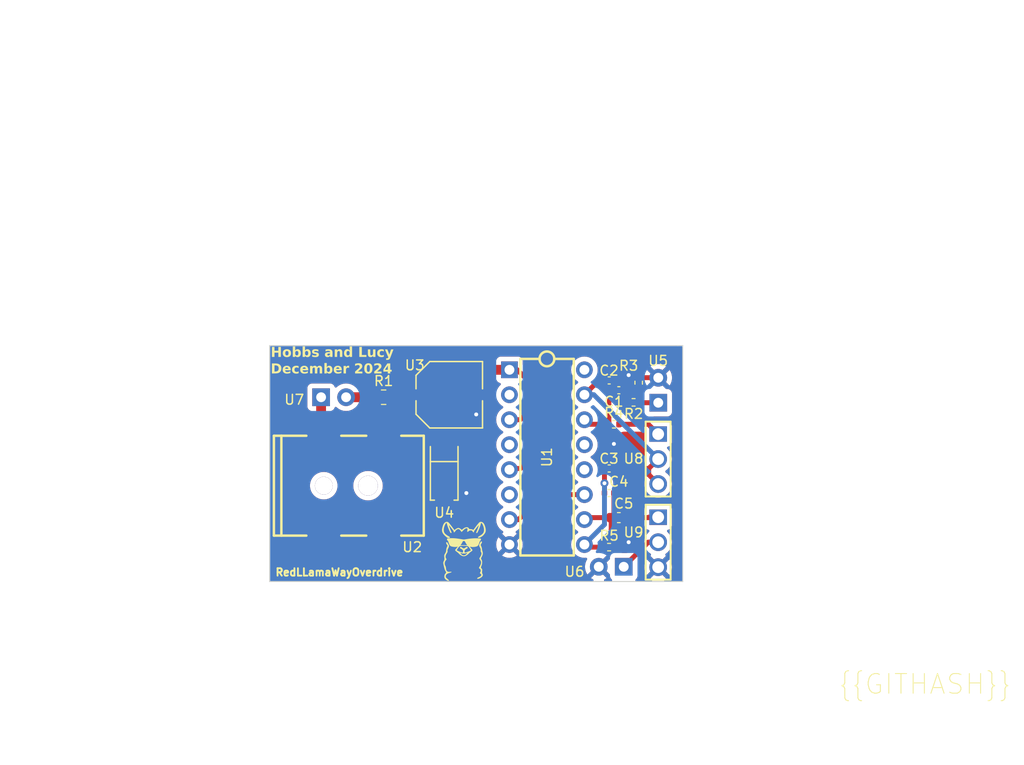
<source format=kicad_pcb>
(kicad_pcb (version 20240108) (generator "pcbnew") (generator_version "8.0")
  (layers (0 "F.Cu" signal) (31 "B.Cu" signal) (34 "B.Paste" user) (35 "F.Paste" user) (36 "B.SilkS" user "B.Silkscreen") (37 "F.SilkS" user "F.Silkscreen") (38 "B.Mask" user) (39 "F.Mask" user) (44 "Edge.Cuts" user))
  (net 0 "")
  (net 1 "dc_jack-vcc")
  (net 2 "vcc")
  (net 3 "d")
  (net 4 "nc")
  (net 5 "l_equal_f_hash")
  (net 6 "k_equal_e_hash")
  (net 7 "j_equal_d_hash")
  (net 8 "f")
  (net 9 "g_equal_a_hash")
  (net 10 "i_equal_c_hash")
  (net 11 "h_equal_b_hash")
  (net 12 "gnd")
  (net 13 "C6-gnd")
  (net 14 "p1")
  (net 15 "R2-vcc")
  (net 16 "input")
  (net 17 "p2")
  (net 18 "output")
  (footprint "lib:R0805" (layer "F.Cu") (at 94.0875 85.75)
    (property "Reference" "R1")
    (property "Value" "125mW Thick Film Resistors 150V ±100ppm/℃ ±1% 1kΩ 0805 Chip Resistor - Surface Mount ROHS")
  )
  (footprint "lib:C0402" (layer "F.Cu") (at 117.02 93 180)
    (property "Reference" "C3")
    (property "Value" "16V 33nF X7R ±10% 0402  Multilayer Ceramic Capacitors MLCC - SMD/SMT ROHS")
  )
  (footprint "lib:R0402" (layer "F.Cu") (at 119.5 86.27 180)
    (property "Reference" "R2")
    (property "Value" "62.5mW Thick Film Resistors 50V ±100ppm/℃ ±1% 100kΩ 0402 Chip Resistor - Surface Mount ROHS")
  )
  (footprint "lib:HDR-TH_3P-P2.54-V-M-1" (layer "F.Cu") (at 122 100.5 -90)
    (property "Reference" "U9")
    (property "Value" "?")
  )
  (footprint "lib:SMA_L4.5-W2.7-LS5.1-RD" (layer "F.Cu") (at 100.25 93.5 -90)
    (property "Reference" "U4")
    (property "Value" "?")
  )
  (footprint "lib:HDR-TH_2P-P2.54-V-M-1" (layer "F.Cu") (at 89 85.75)
    (property "Reference" "U7")
    (property "Value" "?")
  )
  (footprint "lib:HDR-TH_2P-P2.54-V-M-1" (layer "F.Cu") (at 122.01 85.04 90)
    (property "Reference" "U5")
    (property "Value" "?")
  )
  (footprint "lib:DC-IN-TH_DC-005-5A-2.0-SMT" (layer "F.Cu") (at 91.05 94.75)
    (property "Reference" "U2")
    (property "Value" "?")
  )
  (footprint "lib:R0402" (layer "F.Cu") (at 117.01 101)
    (property "Reference" "R5")
    (property "Value" "62.5mW Thick Film Resistors 50V ±100ppm/℃ ±1% 1MΩ 0402 Chip Resistor - Surface Mount ROHS")
  )
  (footprint "lib:HDR-TH_2P-P2.54-V-M-1" (layer "F.Cu") (at 117.23 103 180)
    (property "Reference" "U6")
    (property "Value" "?")
  )
  (footprint "lib:C0603" (layer "F.Cu") (at 118 98)
    (property "Reference" "C5")
    (property "Value" "10V 10uF X5R ±10% 0603 Multilayer Ceramic Capacitors MLCC - SMD/SMT ROHS")
  )
  (footprint "lib:C0402" (layer "F.Cu") (at 117.02 95.5)
    (property "Reference" "C4")
    (property "Value" "50V 100pF C0G ±5% 0402 Multilayer Ceramic Capacitors MLCC - SMD/SMT ROHS")
  )
  (footprint "lib:R0402" (layer "F.Cu") (at 120.02 84.27 90)
    (property "Reference" "R3")
    (property "Value" "62.5mW Thick Film Resistors 50V ±100ppm/℃ ±1% 1MΩ 0402 Chip Resistor - Surface Mount ROHS")
  )
  (footprint "lib:R0402" (layer "F.Cu") (at 117.5 88.5)
    (property "Reference" "R4")
    (property "Value" "62.5mW Thick Film Resistors 50V ±100ppm/℃ ±1% 100kΩ 0402 Chip Resistor - Surface Mount ROHS")
  )
  (footprint "lib:CAP-SMD_BD6.3-L6.6-W6.6-LS7.2-R-RD" (layer "F.Cu") (at 100.75 85.5 180)
    (property "Reference" "U3")
    (property "Value" "?")
  )
  (footprint "lib:C0402" (layer "F.Cu") (at 117.02 84.04 180)
    (property "Reference" "C2")
    (property "Value" "50V 47pF C0G ±5% 0402 Multilayer Ceramic Capacitors MLCC - SMD/SMT ROHS")
  )
  (footprint "lib:HDR-TH_3P-P2.54-V-M-1" (layer "F.Cu") (at 122 92.04 -90)
    (property "Reference" "U8")
    (property "Value" "?")
  )
  (footprint "lib:PDIP-16_L19.7-W6.6-P2.54-LS7.6-BL" (layer "F.Cu") (at 110.69 91.85 -90)
    (property "Reference" "U1")
    (property "Value" "?")
  )
  (footprint "lib:C0402" (layer "F.Cu") (at 118 85.04 180)
    (property "Reference" "C1")
    (property "Value" "50V 68nF X7R ±10% 0402 Multilayer Ceramic Capacitors MLCC - SMD/SMT ROHS")
  )
  (gr_poly (pts (xy 104.037013 100.417618) (xy 104.041519 100.418015) (xy 104.045886 100.418766) (xy 104.05013 100.419872) (xy 104.054265 100.421335) (xy 104.058304 100.423154) (xy 104.062263 100.425332) (xy 104.066156 100.427867) (xy 104.069998 100.430761) (xy 104.072877 100.433112) (xy 104.075405 100.435288) (xy 104.076543 100.436333) (xy 104.0776 100.437362) (xy 104.078577 100.438383) (xy 104.079477 100.439405) (xy 104.080303 100.440438) (xy 104.081056 100.441491) (xy 104.081738 100.442572) (xy 104.082352 100.443691) (xy 104.082899 100.444857) (xy 104.083383 100.446078) (xy 104.083804 100.447363) (xy 104.084165 100.448723) (xy 104.084469 100.450165) (xy 104.084717 100.451699) (xy 104.084912 100.453334) (xy 104.085055 100.455078) (xy 104.08515 100.456942) (xy 104.085197 100.458933) (xy 104.085199 100.461061) (xy 104.085159 100.463335) (xy 104.084958 100.468357) (xy 104.084613 100.474071) (xy 104.084139 100.480549) (xy 104.083555 100.487863) (xy 104.082393 100.498821) (xy 104.080688 100.509925) (xy 104.078446 100.521165) (xy 104.07567 100.532531) (xy 104.072367 100.544011) (xy 104.068539 100.555595) (xy 104.064192 100.567272) (xy 104.059331 100.579032) (xy 104.05396 100.590863) (xy 104.048084 100.602756) (xy 104.041708 100.614699) (xy 104.034835 100.626681) (xy 104.027471 100.638692) (xy 104.019621 100.650721) (xy 104.011289 100.662758) (xy 104.002479 100.674792) (xy 103.99242 100.688553) (xy 103.983695 100.701438) (xy 103.9763 100.713628) (xy 103.973102 100.71952) (xy 103.970236 100.725307) (xy 103.967703 100.731012) (xy 103.965501 100.736659) (xy 103.963631 100.742269) (xy 103.962093 100.747867) (xy 103.960886 100.753475) (xy 103.96001 100.759115) (xy 103.959465 100.764811) (xy 103.959251 100.770586) (xy 103.959368 100.776463) (xy 103.959815 100.782464) (xy 103.960592 100.788613) (xy 103.9617 100.794933) (xy 103.963137 100.801445) (xy 103.964904 100.808175) (xy 103.967 100.815143) (xy 103.969426 100.822374) (xy 103.975265 100.837713) (xy 103.982418 100.854377) (xy 103.990884 100.872549) (xy 104.000663 100.892412) (xy 104.010526 100.912526) (xy 104.01975 100.932347) (xy 104.028352 100.95194) (xy 104.036351 100.971368) (xy 104.043765 100.990699) (xy 104.050613 101.009998) (xy 104.056914 101.029328) (xy 104.062685 101.048756) (xy 104.067946 101.068347) (xy 104.072714 101.088166) (xy 104.077009 101.108278) (xy 104.080848 101.128749) (xy 104.08425 101.149644) (xy 104.087233 101.171027) (xy 104.089816 101.192965) (xy 104.092018 101.215522) (xy 104.09477 101.246274) (xy 104.097252 101.270679) (xy 104.098558 101.281282) (xy 104.099994 101.291234) (xy 104.101628 101.300848) (xy 104.103524 101.310434) (xy 104.105749 101.320306) (xy 104.10837 101.330775) (xy 104.115061 101.354751) (xy 104.124126 101.384859) (xy 104.136093 101.423594) (xy 104.145173 101.453303) (xy 104.152262 101.47781) (xy 104.157648 101.498695) (xy 104.159793 101.508275) (xy 104.161621 101.517543) (xy 104.163169 101.526697) (xy 104.164472 101.535934) (xy 104.165567 101.545454) (xy 104.166491 101.555452) (xy 104.167967 101.577678) (xy 104.169191 101.604195) (xy 104.16998 101.627124) (xy 104.170332 101.647393) (xy 104.170222 101.665473) (xy 104.169622 101.681841) (xy 104.168509 101.696968) (xy 104.166855 101.711329) (xy 104.164635 101.725397) (xy 104.161823 101.739646) (xy 104.158612 101.753011) (xy 104.154412 101.76795) (xy 104.143374 101.80178) (xy 104.129359 101.839594) (xy 104.113017 101.87985) (xy 104.095 101.921006) (xy 104.075957 101.961519) (xy 104.056541 101.999849) (xy 104.037401 102.034452) (xy 104.02512 102.055733) (xy 104.015554 102.072996) (xy 104.011674 102.08042) (xy 104.008334 102.0872) (xy 104.005489 102.093456) (xy 104.00309 102.099307) (xy 104.001094 102.104875) (xy 103.999452 102.11028) (xy 103.99812 102.115641) (xy 103.99705 102.121078) (xy 103.996197 102.126713) (xy 103.995514 102.132664) (xy 103.994474 102.146) (xy 103.993677 102.160034) (xy 103.99349 102.165949) (xy 103.993503 102.171312) (xy 103.993758 102.176261) (xy 103.994299 102.180933) (xy 103.99469 102.183209) (xy 103.995169 102.185466) (xy 103.995741 102.187723) (xy 103.996412 102.189997) (xy 103.998071 102.194663) (xy 104.00019 102.199602) (xy 104.002811 102.204952) (xy 104.005979 102.210849) (xy 104.009736 102.217432) (xy 104.014126 102.224837) (xy 104.024979 102.242666) (xy 104.036149 102.261389) (xy 104.046335 102.279539) (xy 104.055574 102.297251) (xy 104.063902 102.314661) (xy 104.071354 102.331906) (xy 104.077967 102.349122) (xy 104.083777 102.366446) (xy 104.088819 102.384014) (xy 104.093129 102.401962) (xy 104.096743 102.420427) (xy 104.099698 102.439544) (xy 104.102028 102.459451) (xy 104.10377 102.480284) (xy 104.10496 102.502178) (xy 104.105634 102.525271) (xy 104.105828 102.549698) (xy 104.105553 102.575256) (xy 104.104767 102.59995) (xy 104.103438 102.623929) (xy 104.101536 102.647338) (xy 104.099028 102.670326) (xy 104.095884 102.69304) (xy 104.092071 102.715626) (xy 104.087557 102.738232) (xy 104.082313 102.761006) (xy 104.076305 102.784093) (xy 104.069503 102.807642) (xy 104.061876 102.8318) (xy 104.05339 102.856713) (xy 104.044016 102.88253) (xy 104.022474 102.937461) (xy 104.014927 102.956397) (xy 104.008419 102.973753) (xy 104.002899 102.989707) (xy 103.998316 103.004433) (xy 103.994619 103.018109) (xy 103.991757 103.03091) (xy 103.989677 103.043012) (xy 103.988329 103.054592) (xy 103.987636 103.063497) (xy 103.987228 103.07163) (xy 103.987153 103.079095) (xy 103.98746 103.085999) (xy 103.987772 103.089273) (xy 103.988198 103.092445) (xy 103.988744 103.09553) (xy 103.989415 103.09854) (xy 103.990219 103.101488) (xy 103.99116 103.104387) (xy 103.992246 103.107251) (xy 103.993482 103.110092) (xy 103.994874 103.112924) (xy 103.996429 103.11576) (xy 103.998152 103.118613) (xy 104.00005 103.121496) (xy 104.004393 103.127404) (xy 104.009508 103.13359) (xy 104.015442 103.140159) (xy 104.022245 103.147216) (xy 104.029965 103.154866) (xy 104.038651 103.163213) (xy 104.05057 103.174759) (xy 104.061191 103.185583) (xy 104.070578 103.195865) (xy 104.078797 103.205785) (xy 104.082488 103.210666) (xy 104.085911 103.215524) (xy 104.089074 103.220381) (xy 104.091984 103.225261) (xy 104.094651 103.230185) (xy 104.097081 103.235175) (xy 104.099283 103.240256) (xy 104.101266 103.245448) (xy 104.103036 103.250775) (xy 104.104603 103.256259) (xy 104.105973 103.261922) (xy 104.107156 103.267788) (xy 104.108158 103.273878) (xy 104.108989 103.280215) (xy 104.109656 103.286821) (xy 104.110167 103.293719) (xy 104.110754 103.308482) (xy 104.110814 103.324683) (xy 104.110412 103.342501) (xy 104.109611 103.362118) (xy 104.107591 103.397568) (xy 104.104897 103.434977) (xy 104.101883 103.469891) (xy 104.098901 103.497856) (xy 104.097447 103.511453) (xy 104.096417 103.525239) (xy 104.0958 103.539136) (xy 104.095588 103.553066) (xy 104.095772 103.56695) (xy 104.096342 103.580712) (xy 104.097291 103.594272) (xy 104.098608 103.607553) (xy 104.100286 103.620476) (xy 104.102313 103.632963) (xy 104.104682 103.644936) (xy 104.107384 103.656318) (xy 104.11041 103.667029) (xy 104.113749 103.676993) (xy 104.117394 103.68613) (xy 104.121336 103.694363) (xy 104.153805 103.755479) (xy 104.156811 103.761425) (xy 104.159542 103.767495) (xy 104.164183 103.779984) (xy 104.167736 103.792901) (xy 104.170208 103.8062) (xy 104.171606 103.819833) (xy 104.171939 103.833754) (xy 104.171212 103.847917) (xy 104.169434 103.862276) (xy 104.166613 103.876784) (xy 104.162755 103.891394) (xy 104.157867 103.90606) (xy 104.151958 103.920735) (xy 104.145035 103.935374) (xy 104.137105 103.949929) (xy 104.128175 103.964354) (xy 104.118253 103.978603) (xy 104.108634 103.990953) (xy 104.097964 104.003339) (xy 104.073751 104.02808) (xy 104.046168 104.052551) (xy 104.015769 104.076474) (xy 103.983106 104.099576) (xy 103.948735 104.121579) (xy 103.913207 104.142207) (xy 103.877078 104.161186) (xy 103.840899 104.178239) (xy 103.805225 104.193091) (xy 103.77061 104.205465) (xy 103.737607 104.215086) (xy 103.706768 104.221678) (xy 103.678649 104.224965) (xy 103.665782 104.225283) (xy 103.653802 104.224671) (xy 103.642779 104.223095) (xy 103.632781 104.220521) (xy 103.632778 104.220515) (xy 103.629287 104.219275) (xy 103.625984 104.217892) (xy 103.622865 104.21636) (xy 103.619924 104.214673) (xy 103.617156 104.212825) (xy 103.614557 104.210811) (xy 103.612119 104.208624) (xy 103.609839 104.206258) (xy 103.607711 104.203709) (xy 103.60573 104.200969) (xy 103.603891 104.198033) (xy 103.602188 104.194895) (xy 103.600615 104.19155) (xy 103.599169 104.187991) (xy 103.597843 104.184213) (xy 103.596633 104.18021) (xy 103.595823 104.177182) (xy 103.595179 104.174412) (xy 103.594715 104.171864) (xy 103.594556 104.170662) (xy 103.594447 104.169501) (xy 103.59439 104.168378) (xy 103.594387 104.167288) (xy 103.59444 104.166226) (xy 103.594551 104.165188) (xy 103.594721 104.164168) (xy 103.594952 104.163164) (xy 103.595247 104.16217) (xy 103.595606 104.161181) (xy 103.596032 104.160194) (xy 103.596527 104.159203) (xy 103.597092 104.158204) (xy 103.597729 104.157193) (xy 103.59844 104.156165) (xy 103.599226 104.155115) (xy 103.601033 104.152933) (xy 103.603165 104.150611) (xy 103.605636 104.148112) (xy 103.608459 104.145401) (xy 103.61165 104.142441) (xy 103.616826 104.137916) (xy 103.622569 104.133313) (xy 103.628912 104.128615) (xy 103.63589 104.123804) (xy 103.643538 104.118859) (xy 103.651888 104.113764) (xy 103.660976 104.1085) (xy 103.670835 104.103048) (xy 103.6815 104.097389) (xy 103.693004 104.091506) (xy 103.705382 104.08538) (xy 103.718668 104.078992) (xy 103.748101 104.065356) (xy 103.781574 104.050453) (xy 103.810642 104.03728) (xy 103.837669 104.024112) (xy 103.862679 104.010926) (xy 103.885696 103.997698) (xy 103.906746 103.984406) (xy 103.925853 103.971025) (xy 103.94304 103.957532) (xy 103.958334 103.943903) (xy 103.971759 103.930116) (xy 103.983338 103.916146) (xy 103.993097 103.901971) (xy 104.00106 103.887566) (xy 104.007253 103.872908) (xy 104.011698 103.857974) (xy 104.014422 103.84274) (xy 104.015448 103.827184) (xy 104.015265 103.818466) (xy 104.014496 103.810024) (xy 104.013123 103.801832) (xy 104.012205 103.797824) (xy 104.011131 103.793869) (xy 104.009897 103.789964) (xy 104.008502 103.786108) (xy 104.006944 103.782296) (xy 104.005221 103.778527) (xy 104.00333 103.774796) (xy 104.00127 103.771101) (xy 103.996634 103.763807) (xy 103.991296 103.75662) (xy 103.985239 103.749516) (xy 103.978447 103.742473) (xy 103.970903 103.735464) (xy 103.962591 103.728468) (xy 103.953494 103.721459) (xy 103.943596 103.714414) (xy 103.932881 103.707308) (xy 103.920627 103.699188) (xy 103.915067 103.695282) (xy 103.909881 103.691458) (xy 103.905068 103.687702) (xy 103.900623 103.683999) (xy 103.896545 103.680334) (xy 103.89283 103.676693) (xy 103.889477 103.673061) (xy 103.886482 103.669423) (xy 103.883843 103.665764) (xy 103.881556 103.662069) (xy 103.879621 103.658325) (xy 103.878033 103.654515) (xy 103.87679 103.650625) (xy 103.875889 103.646641) (xy 103.875328 103.642547) (xy 103.875104 103.638329) (xy 103.875215 103.633973) (xy 103.875657 103.629462) (xy 103.876428 103.624783) (xy 103.877525 103.619921) (xy 103.878946 103.614861) (xy 103.880689 103.609588) (xy 103.882749 103.604088) (xy 103.885125 103.598345) (xy 103.887814 103.592345) (xy 103.890814 103.586073) (xy 103.897733 103.572655) (xy 103.905861 103.557972) (xy 103.920267 103.531914) (xy 103.92635 103.520232) (xy 103.931736 103.509273) (xy 103.936464 103.498907) (xy 103.940573 103.489) (xy 103.944101 103.479422) (xy 103.947086 103.47004) (xy 103.949568 103.460725) (xy 103.951584 103.451343) (xy 103.953173 103.441764) (xy 103.954374 103.431856) (xy 103.955224 103.421487) (xy 103.955763 103.410527) (xy 103.956029 103.398843) (xy 103.95606 103.386303) (xy 103.955609 103.368749) (xy 103.954439 103.352217) (xy 103.952505 103.336634) (xy 103.949763 103.321925) (xy 103.94617 103.308016) (xy 103.941683 103.294835) (xy 103.936256 103.282306) (xy 103.929847 103.270357) (xy 103.922411 103.258912) (xy 103.913906 103.247899) (xy 103.904286 103.237244) (xy 103.893509 103.226872) (xy 103.881531 103.21671) (xy 103.868307 103.206684) (xy 103.853795 103.19672) (xy 103.83795 103.186744) (xy 103.82431 103.178316) (xy 103.812442 103.170498) (xy 103.807166 103.166759) (xy 103.802327 103.1631) (xy 103.797922 103.159497) (xy 103.793949 103.155926) (xy 103.790405 103.152364) (xy 103.787289 103.148785) (xy 103.784598 103.145166) (xy 103.782329 103.141483) (xy 103.780482 103.137711) (xy 103.779053 103.133827) (xy 103.77804 103.129805) (xy 103.777441 103.125623) (xy 103.777254 103.121256) (xy 103.777477 103.11668) (xy 103.778107 103.11187) (xy 103.779142 103.106803) (xy 103.78058 103.101455) (xy 103.782419 103.0958) (xy 103.784657 103.089816) (xy 103.78729 103.083478) (xy 103.790318 103.076762) (xy 103.793738 103.069643) (xy 103.801744 103.054103) (xy 103.811291 103.036663) (xy 103.822361 103.017132) (xy 103.872782 102.928494) (xy 103.891107 102.895562) (xy 103.90586 102.868302) (xy 103.917805 102.845276) (xy 103.927707 102.825043) (xy 103.93633 102.806164) (xy 103.944439 102.787199) (xy 103.957749 102.753087) (xy 103.968934 102.719812) (xy 103.97799 102.687326) (xy 103.98491 102.655575) (xy 103.989692 102.624509) (xy 103.992329 102.594077) (xy 103.992817 102.564227) (xy 103.991151 102.534907) (xy 103.987326 102.506068) (xy 103.981338 102.477657) (xy 103.973181 102.449623) (xy 103.962851 102.421916) (xy 103.950342 102.394482) (xy 103.935651 102.367272) (xy 103.918771 102.340235) (xy 103.899699 102.313318) (xy 103.881053 102.288019) (xy 103.864802 102.264997) (xy 103.850922 102.244207) (xy 103.839386 102.225607) (xy 103.83449 102.217115) (xy 103.830169 102.209154) (xy 103.826423 102.201719) (xy 103.823246 102.194804) (xy 103.820637 102.188405) (xy 103.818591 102.182515) (xy 103.817106 102.17713) (xy 103.816179 102.172243) (xy 103.815593 102.166461) (xy 103.815466 102.160613) (xy 103.815822 102.154651) (xy 103.816682 102.148525) (xy 103.818069 102.142188) (xy 103.820005 102.135588) (xy 103.822512 102.128679) (xy 103.825614 102.12141) (xy 103.829331 102.113732) (xy 103.833688 102.105597) (xy 103.838705 102.096955) (xy 103.844406 102.087757) (xy 103.850813 102.077954) (xy 103.857948 102.067498) (xy 103.865833 102.056338) (xy 103.874492 102.044427) (xy 103.892107 102.019646) (xy 103.909056 101.994116) (xy 103.925263 101.967977) (xy 103.940647 101.94137) (xy 103.955131 101.914435) (xy 103.968636 101.887315) (xy 103.981083 101.860148) (xy 103.992394 101.833077) (xy 104.00321 101.804908) (xy 104.007855 101.791965) (xy 104.012021 101.779646) (xy 104.015728 101.767849) (xy 104.018999 101.756469) (xy 104.021855 101.745404) (xy 104.024319 101.734551) (xy 104.026411 101.723807) (xy 104.028154 101.71307) (xy 104.029569 101.702236) (xy 104.030678 101.691202) (xy 104.031503 101.679865) (xy 104.032065 101.668122) (xy 104.032489 101.643008) (xy 104.032489 101.57894) (xy 104.006619 101.541103) (xy 103.998586 101.529112) (xy 103.991298 101.517696) (xy 103.984727 101.50677) (xy 103.978846 101.496247) (xy 103.973629 101.486043) (xy 103.969047 101.476073) (xy 103.965074 101.466251) (xy 103.961683 101.456493) (xy 103.958846 101.446712) (xy 103.956536 101.436824) (xy 103.954727 101.426744) (xy 103.95339 101.416386) (xy 103.952499 101.405665) (xy 103.952027 101.394495) (xy 103.951946 101.382792) (xy 103.952229 101.370471) (xy 103.953837 101.32282) (xy 103.954722 101.285247) (xy 103.954743 101.255867) (xy 103.954386 101.243661) (xy 103.95376 101.232797) (xy 103.952848 101.223041) (xy 103.951632 101.214156) (xy 103.950094 101.205907) (xy 103.948218 101.198059) (xy 103.945984 101.190376) (xy 103.943377 101.182623) (xy 103.93697 101.165966) (xy 103.929181 101.147436) (xy 103.919571 101.125721) (xy 103.908738 101.102073) (xy 103.897279 101.077745) (xy 103.88579 101.053986) (xy 103.87487 101.032048) (xy 103.865115 101.013184) (xy 103.857123 100.998644) (xy 103.854774 100.99425) (xy 103.851617 100.987846) (xy 103.847791 100.979736) (xy 103.843433 100.970225) (xy 103.838681 100.959619) (xy 103.833675 100.948223) (xy 103.828551 100.93634) (xy 103.823449 100.924278) (xy 103.815899 100.905929) (xy 103.812783 100.897986) (xy 103.810068 100.890679) (xy 103.807727 100.883869) (xy 103.805731 100.877417) (xy 103.804052 100.871185) (xy 103.802662 100.865035) (xy 103.801532 100.858826) (xy 103.800634 100.852422) (xy 103.799939 100.845682) (xy 103.79942 100.838469) (xy 103.799049 100.830644) (xy 103.798796 100.822067) (xy 103.798533 100.802107) (xy 103.798536 100.788366) (xy 103.798788 100.775736) (xy 103.799347 100.764058) (xy 103.800264 100.753177) (xy 103.801596 100.742934) (xy 103.803396 100.733174) (xy 103.805719 100.723738) (xy 103.80862 100.714469) (xy 103.812152 100.705212) (xy 103.81637 100.695807) (xy 103.821329 100.6861) (xy 103.827082 100.675932) (xy 103.833685 100.665146) (xy 103.841193 100.653586) (xy 103.849658 100.641093) (xy 103.859136 100.627513) (xy 103.868293 100.614127) (xy 103.87671 100.600963) (xy 103.884429 100.587944) (xy 103.891489 100.574989) (xy 103.894785 100.568512) (xy 103.897932 100.562021) (xy 103.900935 100.555507) (xy 103.903799 100.548961) (xy 103.906529 100.542372) (xy 103.90913 100.53573) (xy 103.913967 100.522251) (xy 103.917574 100.511924) (xy 103.921152 100.502439) (xy 103.924749 100.493738) (xy 103.92841 100.485768) (xy 103.932182 100.478474) (xy 103.936112 100.471801) (xy 103.940245 100.465694) (xy 103.944629 100.460098) (xy 103.949308 100.454958) (xy 103.954331 100.450219) (xy 103.959742 100.445826) (xy 103.965589 100.441725) (xy 103.971918 100.437861) (xy 103.978775 100.434178) (xy 103.986206 100.430621) (xy 103.994258 100.427137) (xy 104.000389 100.42472) (xy 104.006266 100.422652) (xy 104.011905 100.420935) (xy 104.017318 100.419567) (xy 104.022521 100.418551) (xy 104.027528 100.417887) (xy 104.032354 100.417576)) (stroke (width -0.000001)) (fill solid) (layer "F.SilkS"))
  (gr_poly (pts (xy 100.529676 98.428097) (xy 100.548334 98.42929) (xy 100.565949 98.431406) (xy 100.582692 98.43455) (xy 100.590791 98.436541) (xy 100.598737 98.438828) (xy 100.606552 98.441425) (xy 100.614258 98.444345) (xy 100.621876 98.447601) (xy 100.629427 98.451206) (xy 100.636935 98.455173) (xy 100.644419 98.459515) (xy 100.651903 98.464246) (xy 100.659407 98.469378) (xy 100.674563 98.480901) (xy 100.690062 98.494188) (xy 100.706076 98.509343) (xy 100.72278 98.526474) (xy 100.740346 98.545683) (xy 100.758947 98.567078) (xy 100.778758 98.590761) (xy 100.817777 98.638808) (xy 100.862108 98.694544) (xy 100.961284 98.822034) (xy 101.065442 98.959122) (xy 101.163741 99.0917) (xy 101.189121 99.126122) (xy 101.215205 99.160944) (xy 101.238926 99.192104) (xy 101.257216 99.215537) (xy 101.292495 99.259696) (xy 101.342861 99.216626) (xy 101.353218 99.208015) (xy 101.364544 99.199049) (xy 101.389614 99.180364) (xy 101.417095 99.161195) (xy 101.446011 99.142167) (xy 101.475388 99.123904) (xy 101.50425 99.107029) (xy 101.531619 99.092168) (xy 101.54444 99.085687) (xy 101.556522 99.079944) (xy 101.566678 99.075443) (xy 101.576996 99.071165) (xy 101.587414 99.067126) (xy 101.597868 99.063341) (xy 101.608295 99.059827) (xy 101.618633 99.056598) (xy 101.628818 99.05367) (xy 101.638786 99.051059) (xy 101.648476 99.048782) (xy 101.657823 99.046852) (xy 101.666764 99.045287) (xy 101.675236 99.044102) (xy 101.683177 99.043313) (xy 101.690522 99.042935) (xy 101.69721 99.042984) (xy 101.703176 99.043476) (xy 101.716449 99.045544) (xy 101.729929 99.048367) (xy 101.743648 99.051962) (xy 101.757636 99.056345) (xy 101.771924 99.061532) (xy 101.786542 99.067538) (xy 101.801522 99.07438) (xy 101.816894 99.082075) (xy 101.832689 99.090637) (xy 101.848938 99.100083) (xy 101.865671 99.11043) (xy 101.882919 99.121693) (xy 101.900714 99.133888) (xy 101.919086 99.147031) (xy 101.938065 99.161138) (xy 101.957683 99.176227) (xy 102.03875 99.23956) (xy 102.142566 99.154303) (xy 102.168673 99.13309) (xy 102.19253 99.114193) (xy 102.214327 99.097473) (xy 102.234254 99.082796) (xy 102.2525 99.070025) (xy 102.269253 99.059024) (xy 102.284705 99.049657) (xy 102.299044 99.041787) (xy 102.323069 99.029959) (xy 102.347235 99.019252) (xy 102.371456 99.00968) (xy 102.395649 99.001253) (xy 102.419728 98.993982) (xy 102.443609 98.987879) (xy 102.467207 98.982957) (xy 102.490439 98.979225) (xy 102.51322 98.976696) (xy 102.535465 98.975381) (xy 102.557089 98.975292) (xy 102.578009 98.97644) (xy 102.59814 98.978836) (xy 102.617397 98.982493) (xy 102.635696 98.987421) (xy 102.652952 98.993632) (xy 102.659469 98.996572) (xy 102.666106 99.000075) (xy 102.67281 99.004088) (xy 102.67953 99.008562) (xy 102.686212 99.013444) (xy 102.692803 99.018685) (xy 102.69925 99.024233) (xy 102.7055 99.030036) (xy 102.711501 99.036045) (xy 102.7172 99.042208) (xy 102.722543 99.048474) (xy 102.727478 99.054793) (xy 102.731952 99.061112) (xy 102.735911 99.067381) (xy 102.739304 99.07355) (xy 102.742078 99.079566) (xy 102.745096 99.086266) (xy 102.748535 99.09278) (xy 102.752376 99.099091) (xy 102.756598 99.105185) (xy 102.761183 99.111044) (xy 102.766112 99.116651) (xy 102.771366 99.12199) (xy 102.776925 99.127045) (xy 102.78277 99.131799) (xy 102.788882 99.136236) (xy 102.795242 99.140338) (xy 102.80183 99.144091) (xy 102.808628 99.147476) (xy 102.815616 99.150478) (xy 102.822776 99.153081) (xy 102.830087 99.155266) (xy 102.838093 99.157057) (xy 102.848796 99.158919) (xy 102.86173 99.160796) (xy 102.87643 99.162635) (xy 102.89243 99.164381) (xy 102.909264 99.16598) (xy 102.926468 99.167377) (xy 102.943575 99.168519) (xy 102.962831 99.169861) (xy 102.981577 99.171588) (xy 102.999803 99.173698) (xy 103.017502 99.176188) (xy 103.034666 99.179057) (xy 103.051287 99.182301) (xy 103.067356 99.185919) (xy 103.082865 99.189908) (xy 103.097807 99.194267) (xy 103.112173 99.198993) (xy 103.125955 99.204083) (xy 103.139145 99.209536) (xy 103.151735 99.21535) (xy 103.163717 99.221521) (xy 103.175082 99.228049) (xy 103.185823 99.23493) (xy 103.20603 99.248609) (xy 103.219284 99.233636) (xy 103.224764 99.226839) (xy 103.235324 99.213173) (xy 103.269204 99.168525) (xy 103.315957 99.106277) (xy 103.370617 99.03301) (xy 103.53768 98.811308) (xy 103.607227 98.721461) (xy 103.66755 98.645495) (xy 103.71872 98.58332) (xy 103.760811 98.534845) (xy 103.793897 98.49998) (xy 103.807086 98.487623) (xy 103.818051 98.478634) (xy 103.827265 98.472032) (xy 103.836424 98.46594) (xy 103.845566 98.460346) (xy 103.854727 98.45524) (xy 103.863945 98.45061) (xy 103.873256 98.446444) (xy 103.882698 98.442729) (xy 103.892307 98.439456) (xy 103.902121 98.436611) (xy 103.912177 98.434183) (xy 103.922511 98.432161) (xy 103.933162 98.430533) (xy 103.944165 98.429287) (xy 103.955558 98.428411) (xy 103.967379 98.427894) (xy 103.979663 98.427724) (xy 103.997045 98.427835) (xy 104.004563 98.428005) (xy 104.011452 98.428279) (xy 104.017829 98.42868) (xy 104.023808 98.429227) (xy 104.029505 98.429943) (xy 104.035036 98.430848) (xy 104.040516 98.431964) (xy 104.046061 98.433312) (xy 104.051786 98.434913) (xy 104.057806 98.436788) (xy 104.064238 98.438959) (xy 104.071197 98.441447) (xy 104.087157 98.447456) (xy 104.099043 98.452264) (xy 104.110731 98.45748) (xy 104.122223 98.463106) (xy 104.13352 98.469144) (xy 104.144623 98.475596) (xy 104.155535 98.482462) (xy 104.166256 98.489746) (xy 104.176787 98.497448) (xy 104.18713 98.50557) (xy 104.197286 98.514114) (xy 104.217042 98.532474) (xy 104.236066 98.552541) (xy 104.254369 98.574329) (xy 104.271961 98.597849) (xy 104.288851 98.623116) (xy 104.305052 98.650143) (xy 104.320573 98.678943) (xy 104.335425 98.709529) (xy 104.349617 98.741915) (xy 104.363162 98.776113) (xy 104.376068 98.812137) (xy 104.399568 98.883535) (xy 104.419446 98.949397) (xy 104.435855 99.010462) (xy 104.44895 99.067467) (xy 104.458882 99.12115) (xy 104.465806 99.172249) (xy 104.468189 99.19706) (xy 104.469876 99.221502) (xy 104.471245 99.269646) (xy 104.470679 99.309969) (xy 104.469885 99.328486) (xy 104.468712 99.346081) (xy 104.467134 99.362883) (xy 104.465122 99.379022) (xy 104.462648 99.39463) (xy 104.459685 99.409836) (xy 104.456205 99.424771) (xy 104.452179 99.439564) (xy 104.44758 99.454345) (xy 104.44238 99.469246) (xy 104.436551 99.484396) (xy 104.430066 99.499926) (xy 104.422896 99.515965) (xy 104.415013 99.532644) (xy 104.403697 99.554556) (xy 104.390394 99.577755) (xy 104.375324 99.601979) (xy 104.358701 99.626966) (xy 104.340745 99.652455) (xy 104.321672 99.678184) (xy 104.3017 99.703892) (xy 104.281045 99.729316) (xy 104.259925 99.754196) (xy 104.238558 99.778269) (xy 104.217159 99.801275) (xy 104.195948 99.822951) (xy 104.17514 99.843036) (xy 104.154953 99.861268) (xy 104.135605 99.877386) (xy 104.117312 99.891129) (xy 104.08921 99.910631) (xy 104.062349 99.928641) (xy 104.036632 99.945202) (xy 104.01196 99.960358) (xy 103.988236 99.974152) (xy 103.965361 99.986626) (xy 103.943237 99.997826) (xy 103.921767 100.007793) (xy 103.900851 100.016571) (xy 103.880394 100.024204) (xy 103.860295 100.030734) (xy 103.840458 100.036206) (xy 103.820785 100.040663) (xy 103.801177 100.044147) (xy 103.781536 100.046703) (xy 103.761764 100.048373) (xy 103.752827 100.048835) (xy 103.744505 100.049057) (xy 103.736771 100.049032) (xy 103.729597 100.04875) (xy 103.722955 100.048204) (xy 103.716818 100.047385) (xy 103.711157 100.046284) (xy 103.705947 100.044892) (xy 103.701158 100.043202) (xy 103.696763 100.041204) (xy 103.692735 100.038891) (xy 103.689045 100.036253) (xy 103.685667 100.033283) (xy 103.682573 100.029971) (xy 103.679735 100.02631) (xy 103.677125 100.02229) (xy 103.675481 100.019205) (xy 103.674176 100.01604) (xy 103.67321 100.012799) (xy 103.672579 100.009483) (xy 103.672282 100.006095) (xy 103.672317 100.002638) (xy 103.672682 99.999113) (xy 103.673375 99.995522) (xy 103.674394 99.991869) (xy 103.675737 99.988156) (xy 103.677402 99.984384) (xy 103.679388 99.980557) (xy 103.681691 99.976676) (xy 103.684311 99.972744) (xy 103.687245 99.968763) (xy 103.690492 99.964736) (xy 103.694048 99.960665) (xy 103.697913 99.956552) (xy 103.702085 99.952399) (xy 103.706561 99.94821) (xy 103.711339 99.943985) (xy 103.716418 99.939729) (xy 103.721796 99.935442) (xy 103.72747 99.931127) (xy 103.7397 99.922424) (xy 103.753093 99.913638) (xy 103.767634 99.904788) (xy 103.783305 99.895893) (xy 103.826196 99.871773) (xy 103.868636 99.846804) (xy 103.910004 99.821393) (xy 103.949682 99.795946) (xy 103.987052 99.770868) (xy 104.021493 99.746565) (xy 104.052387 99.723444) (xy 104.079115 99.701909) (xy 104.104914 99.679362) (xy 104.128781 99.656816) (xy 104.150764 99.634173) (xy 104.170914 99.611333) (xy 104.189281 99.588196) (xy 104.205915 99.564662) (xy 104.220866 99.540631) (xy 104.234184 99.516005) (xy 104.245919 99.490683) (xy 104.256121 99.464566) (xy 104.26484 99.437554) (xy 104.272125 99.409547) (xy 104.278028 99.380446) (xy 104.282597 99.350152) (xy 104.285883 99.318563) (xy 104.287936 99.285582) (xy 104.288793 99.252822) (xy 104.288544 99.219947) (xy 104.287183 99.186941) (xy 104.284708 99.153788) (xy 104.281114 99.120471) (xy 104.276399 99.086974) (xy 104.270558 99.05328) (xy 104.263588 99.019373) (xy 104.255485 98.985236) (xy 104.246246 98.950853) (xy 104.235867 98.916208) (xy 104.224344 98.881283) (xy 104.211673 98.846063) (xy 104.197852 98.810531) (xy 104.182876 98.774671) (xy 104.166742 98.738465) (xy 104.157065 98.718054) (xy 104.147054 98.698181) (xy 104.13679 98.678953) (xy 104.126352 98.660477) (xy 104.11582 98.642862) (xy 104.105275 98.626215) (xy 104.094796 98.610642) (xy 104.084463 98.596253) (xy 104.074357 98.583154) (xy 104.064556 98.571452) (xy 104.055142 98.561256) (xy 104.046193 98.552672) (xy 104.03779 98.545809) (xy 104.030013 98.540774) (xy 104.022942 98.537674) (xy 104.019696 98.536883) (xy 104.016657 98.536617) (xy 104.015127 98.536685) (xy 104.013634 98.5369) (xy 104.012172 98.537273) (xy 104.010737 98.537816) (xy 104.009323 98.538544) (xy 104.007924 98.539467) (xy 104.006537 98.540599) (xy 104.005155 98.541953) (xy 104.003773 98.54354) (xy 104.002386 98.545374) (xy 104.000989 98.547467) (xy 103.999577 98.549831) (xy 103.998145 98.55248) (xy 103.996686 98.555425) (xy 103.995197 98.55868) (xy 103.993672 98.562256) (xy 103.992105 98.566167) (xy 103.990493 98.570425) (xy 103.988828 98.575043) (xy 103.987107 98.580033) (xy 103.985323 98.585408) (xy 103.983473 98.59118) (xy 103.979549 98.603967) (xy 103.975294 98.618495) (xy 103.970666 98.634864) (xy 103.965624 98.653174) (xy 103.960126 98.673528) (xy 103.935709 98.760042) (xy 103.908542 98.847639) (xy 103.878528 98.936576) (xy 103.845568 99.027112) (xy 103.809565 99.119505) (xy 103.770423 99.214013) (xy 103.728043 99.310896) (xy 103.682329 99.41041) (xy 103.65821 99.461774) (xy 103.639878 99.499733) (xy 103.632332 99.514316) (xy 103.625574 99.526306) (xy 103.619383 99.535956) (xy 103.61354 99.543516) (xy 103.607825 99.549242) (xy 103.604946 99.551495) (xy 103.602018 99.553384) (xy 103.599011 99.55494) (xy 103.595899 99.556196) (xy 103.589249 99.55793) (xy 103.581848 99.558839) (xy 103.573476 99.559175) (xy 103.55294 99.559141) (xy 103.54131 99.55903) (xy 103.531572 99.558661) (xy 103.527324 99.558361) (xy 103.523444 99.557975) (xy 103.519896 99.557496) (xy 103.516645 99.556917) (xy 103.513657 99.55623) (xy 103.510896 99.555428) (xy 103.508327 99.554505) (xy 103.505915 99.553452) (xy 103.503625 99.552264) (xy 103.501422 99.550933) (xy 103.49927 99.549451) (xy 103.497136 99.547812) (xy 103.494699 99.545835) (xy 103.492582 99.544044) (xy 103.491642 99.5432) (xy 103.49078 99.542379) (xy 103.489997 99.541576) (xy 103.48929 99.540782) (xy 103.48866 99.53999) (xy 103.488107 99.539193) (xy 103.487629 99.538383) (xy 103.487226 99.537553) (xy 103.486898 99.536695) (xy 103.486644 99.535802) (xy 103.486464 99.534867) (xy 103.486357 99.533882) (xy 103.486323 99.53284) (xy 103.486361 99.531733) (xy 103.486471 99.530555) (xy 103.486651 99.529297) (xy 103.486902 99.527952) (xy 103.487223 99.526513) (xy 103.487614 99.524973) (xy 103.488074 99.523324) (xy 103.488602 99.521558) (xy 103.489199 99.519668) (xy 103.490593 99.515488) (xy 103.492253 99.510725) (xy 103.494175 99.505318) (xy 103.497342 99.496974) (xy 103.502098 99.485163) (xy 103.515445 99.453324) (xy 103.532352 99.414173) (xy 103.550957 99.372082) (xy 103.571564 99.32453) (xy 103.594035 99.270049) (xy 103.617606 99.210665) (xy 103.641511 99.148404) (xy 103.664984 99.085291) (xy 103.687261 99.023352) (xy 103.707575 98.964613) (xy 103.725161 98.9111) (xy 103.736741 98.874249) (xy 103.745881 98.844133) (xy 103.75269 98.820275) (xy 103.757279 98.802195) (xy 103.759756 98.789413) (xy 103.760237 98.78486) (xy 103.760231 98.781453) (xy 103.759753 98.77913) (xy 103.758815 98.777833) (xy 103.757432 98.777502) (xy 103.755617 98.778077) (xy 103.749329 98.783637) (xy 103.737466 98.796513) (xy 103.699594 98.840966) (xy 103.647164 98.904952) (xy 103.585339 98.981985) (xy 103.519281 99.065581) (xy 103.454153 99.149254) (xy 103.395119 99.22652) (xy 103.347341 99.290894) (xy 103.325515 99.321379) (xy 103.308312 99.346418) (xy 103.301316 99.357158) (xy 103.295321 99.36685) (xy 103.290275 99.375599) (xy 103.286127 99.38351) (xy 103.282825 99.390688) (xy 103.280318 99.397237) (xy 103.278553 99.403262) (xy 103.277479 99.408867) (xy 103.277045 99.414157) (xy 103.277198 99.419238) (xy 103.277888 99.424212) (xy 103.279061 99.429186) (xy 103.280279 99.434001) (xy 103.281177 99.438599) (xy 103.281755 99.442988) (xy 103.28201 99.447175) (xy 103.281938 99.451168) (xy 103.281779 99.453093) (xy 103.281537 99.454972) (xy 103.281213 99.456806) (xy 103.280806 99.458596) (xy 103.280315 99.460342) (xy 103.27974 99.462045) (xy 103.279081 99.463707) (xy 103.278338 99.465329) (xy 103.27751 99.46691) (xy 103.276597 99.468452) (xy 103.275598 99.469956) (xy 103.274514 99.471423) (xy 103.273344 99.472854) (xy 103.272087 99.474249) (xy 103.269313 99.476936) (xy 103.266189 99.479493) (xy 103.262714 99.481924) (xy 103.258884 99.484239) (xy 103.254924 99.486352) (xy 103.25101 99.488197) (xy 103.247137 99.489773) (xy 103.243301 99.491075) (xy 103.239497 99.492102) (xy 103.235721 99.492851) (xy 103.231967 99.493318) (xy 103.228232 99.4935) (xy 103.22451 99.493395) (xy 103.220797 99.493001) (xy 103.217089 99.492313) (xy 103.21338 99.49133) (xy 103.209667 99.490047) (xy 103.205944 99.488463) (xy 103.202207 99.486575) (xy 103.198451 99.484379) (xy 103.194672 99.481873) (xy 103.190865 99.479054) (xy 103.187026 99.475919) (xy 103.183149 99.472465) (xy 103.179231 99.46869) (xy 103.175266 99.464589) (xy 103.171251 99.460162) (xy 103.167179 99.455403) (xy 103.163048 99.450312) (xy 103.158852 99.444884) (xy 103.150246 99.433009) (xy 103.141326 99.419755) (xy 103.132054 99.405098) (xy 103.122086 99.389224) (xy 103.112711 99.37508) (xy 103.103743 99.362568) (xy 103.099353 99.356895) (xy 103.094996 99.351592) (xy 103.090647 99.34665) (xy 103.086284 99.342054) (xy 103.081883 99.337794) (xy 103.077421 99.333856) (xy 103.072876 99.33023) (xy 103.068223 99.326901) (xy 103.06344 99.32386) (xy 103.058504 99.321092) (xy 103.05339 99.318587) (xy 103.048077 99.316331) (xy 103.04254 99.314314) (xy 103.036757 99.312521) (xy 103.030704 99.310942) (xy 103.024359 99.309565) (xy 103.017697 99.308376) (xy 103.010696 99.307364) (xy 102.995584 99.305822) (xy 102.978836 99.304841) (xy 102.960267 99.304324) (xy 102.939691 99.304173) (xy 102.921355 99.304331) (xy 102.904472 99.304857) (xy 102.888844 99.305826) (xy 102.874277 99.307316) (xy 102.860575 99.309403) (xy 102.847542 99.312164) (xy 102.834983 99.315675) (xy 102.822701 99.320013) (xy 102.8105 99.325254) (xy 102.798186 99.331476) (xy 102.785563 99.338754) (xy 102.772433 99.347166) (xy 102.758603 99.356787) (xy 102.743876 99.367695) (xy 102.728056 99.379965) (xy 102.710947 99.393676) (xy 102.691228 99.409529) (xy 102.674952 99.422238) (xy 102.661618 99.432121) (xy 102.655897 99.436101) (xy 102.650723 99.439494) (xy 102.646033 99.442339) (xy 102.641764 99.444675) (xy 102.637855 99.446544) (xy 102.634241 99.447983) (xy 102.63086 99.449034) (xy 102.627649 99.449735) (xy 102.624546 99.450126) (xy 102.621487 99.450248) (xy 102.617931 99.450125) (xy 102.614573 99.449747) (xy 102.611412 99.449104) (xy 102.608447 99.448186) (xy 102.605676 99.446982) (xy 102.604362 99.446269) (xy 102.603097 99.44548) (xy 102.60188 99.444615) (xy 102.600711 99.443671) (xy 102.59959 99.442647) (xy 102.598515 99.441543) (xy 102.597489 99.440356) (xy 102.596509 99.439085) (xy 102.59469 99.436288) (xy 102.593058 99.43314) (xy 102.591612 99.42963) (xy 102.590349 99.425748) (xy 102.589269 99.421484) (xy 102.588371 99.416825) (xy 102.587653 99.411762) (xy 102.587114 99.406284) (xy 102.586753 99.40038) (xy 102.586568 99.394039) (xy 102.586559 99.387251) (xy 102.586723 99.380005) (xy 102.58706 99.37229) (xy 102.587568 99.364095) (xy 102.588246 99.35541) (xy 102.589093 99.346224) (xy 102.590107 99.336526) (xy 102.591288 99.326306) (xy 102.592633 99.315552) (xy 102.595814 99.292403) (xy 102.599638 99.266991) (xy 102.604766 99.231444) (xy 102.608965 99.197263) (xy 102.610581 99.181899) (xy 102.611802 99.168334) (xy 102.612575 99.157054) (xy 102.612844 99.148544) (xy 102.612817 99.143162) (xy 102.612724 99.138318) (xy 102.612544 99.133962) (xy 102.612259 99.130046) (xy 102.611849 99.126519) (xy 102.611295 99.123332) (xy 102.610577 99.120436) (xy 102.609676 99.11778) (xy 102.608572 99.115316) (xy 102.607246 99.112994) (xy 102.605679 99.110763) (xy 102.603851 99.108575) (xy 102.601743 99.106381) (xy 102.599336 99.10413) (xy 102.596609 99.101773) (xy 102.593544 99.09926) (xy 102.59045 99.09682) (xy 102.587541 99.094645) (xy 102.584759 99.092722) (xy 102.582047 99.091034) (xy 102.580699 99.090273) (xy 102.579347 99.089567) (xy 102.577985 99.088911) (xy 102.576604 99.088305) (xy 102.575198 99.087747) (xy 102.57376 99.087235) (xy 102.572282 99.086767) (xy 102.570757 99.086341) (xy 102.569178 99.085955) (xy 102.567539 99.085608) (xy 102.564048 99.085021) (xy 102.560228 99.084565) (xy 102.556021 99.084226) (xy 102.551371 99.083988) (xy 102.54622 99.083837) (xy 102.540511 99.083757) (xy 102.534187 99.083733) (xy 102.513 99.084563) (xy 102.502457 99.085627) (xy 102.491913 99.087145) (xy 102.481345 99.089135) (xy 102.470726 99.091614) (xy 102.460032 99.0946) (xy 102.449238 99.098109) (xy 102.438319 99.102159) (xy 102.427249 99.106766) (xy 102.416005 99.111948) (xy 102.404559 99.117722) (xy 102.380968 99.131114) (xy 102.356274 99.147079) (xy 102.330277 99.165754) (xy 102.302778 99.187275) (xy 102.273576 99.21178) (xy 102.242471 99.239406) (xy 102.209261 99.270288) (xy 102.173748 99.304566) (xy 102.135729 99.342374) (xy 102.095006 99.383851) (xy 102.064585 99.414881) (xy 102.039005 99.44047) (xy 102.020953 99.457963) (xy 102.01559 99.462845) (xy 102.013971 99.464175) (xy 102.013117 99.464709) (xy 102.012795 99.464642) (xy 102.012294 99.464325) (xy 102.010771 99.462966) (xy 102.008585 99.460678) (xy 102.005776 99.457512) (xy 101.998443 99.448742) (xy 101.98908 99.437047) (xy 101.977999 99.422821) (xy 101.965508 99.406457) (xy 101.951917 99.388348) (xy 101.937537 99.368886) (xy 101.912092 99.334965) (xy 101.887943 99.304462) (xy 101.86493 99.277289) (xy 101.84289 99.253362) (xy 101.82166 99.232595) (xy 101.811298 99.22337) (xy 101.801079 99.214902) (xy 101.79098 99.207182) (xy 101.780983 99.200198) (xy 101.771067 99.193939) (xy 101.761212 99.188396) (xy 101.751397 99.183557) (xy 101.741602 99.179412) (xy 101.731806 99.17595) (xy 101.721991 99.173159) (xy 101.712134 99.171031) (xy 101.702217 99.169553) (xy 101.692218 99.168715) (xy 101.682118 99.168506) (xy 101.671895 99.168917) (xy 101.661531 99.169935) (xy 101.651004 99.17155) (xy 101.640294 99.173752) (xy 101.629381 99.17653) (xy 101.618245 99.179873) (xy 101.595222 99.188211) (xy 101.579179 99.195071) (xy 101.563448 99.202716) (xy 101.547985 99.211187) (xy 101.532748 99.220524) (xy 101.517692 99.230767) (xy 101.502774 99.241957) (xy 101.487951 99.254134) (xy 101.473179 99.267339) (xy 101.458414 99.281612) (xy 101.443615 99.296994) (xy 101.428736 99.313524) (xy 101.413734 99.331244) (xy 101.398566 99.350194) (xy 101.38319 99.370414) (xy 101.36756 99.391944) (xy 101.351633 99.414826) (xy 101.342479 99.427974) (xy 101.333863 99.439769) (xy 101.325719 99.45025) (xy 101.31798 99.459456) (xy 101.31058 99.467425) (xy 101.303452 99.474196) (xy 101.299969 99.477145) (xy 101.29653 99.479809) (xy 101.293125 99.482194) (xy 101.289746 99.484303) (xy 101.286386 99.486143) (xy 101.283035 99.487717) (xy 101.279686 99.489031) (xy 101.27633 99.490089) (xy 101.272959 99.490897) (xy 101.269564 99.491459) (xy 101.266137 99.49178) (xy 101.262671 99.491866) (xy 101.259156 99.49172) (xy 101.255584 99.491348) (xy 101.251947 99.490754) (xy 101.248236 99.489945) (xy 101.240562 99.487695) (xy 101.232494 99.484638) (xy 101.228773 99.483076) (xy 101.225514 99.481624) (xy 101.224048 99.480911) (xy 101.222685 99.480191) (xy 101.221422 99.479452) (xy 101.220254 99.478683) (xy 101.219177 99.477872) (xy 101.218188 99.477007) (xy 101.217282 99.476078) (xy 101.216455 99.475072) (xy 101.215704 99.473978) (xy 101.215024 99.472784) (xy 101.214411 99.471479) (xy 101.213861 99.47005) (xy 101.21337 99.468488) (xy 101.212934 99.466779) (xy 101.21255 99.464913) (xy 101.212212 99.462877) (xy 101.211917 99.460661) (xy 101.211662 99.458252) (xy 101.211441 99.455639) (xy 101.211251 99.452811) (xy 101.210948 99.446461) (xy 101.210721 99.43911) (xy 101.210362 99.421033) (xy 101.21022 99.414776) (xy 101.209993 99.40911) (xy 101.209632 99.403921) (xy 101.209089 99.399095) (xy 101.208314 99.394518) (xy 101.20726 99.390076) (xy 101.206613 99.387871) (xy 101.205878 99.385657) (xy 101.204118 99.381145) (xy 101.201933 99.376427) (xy 101.199273 99.371389) (xy 101.196091 99.365918) (xy 101.192337 99.359899) (xy 101.187963 99.35322) (xy 101.18292 99.345765) (xy 101.170632 99.328077) (xy 101.127601 99.268904) (xy 101.068537 99.190663) (xy 100.928052 99.009662) (xy 100.800661 98.850455) (xy 100.757963 98.799457) (xy 100.744678 98.784684) (xy 100.737843 98.778425) (xy 100.73748 98.778259) (xy 100.737123 98.778123) (xy 100.736772 98.778017) (xy 100.736428 98.777941) (xy 100.736092 98.777895) (xy 100.735762 98.777878) (xy 100.73544 98.777889) (xy 100.735127 98.777929) (xy 100.734822 98.777996) (xy 100.734526 98.77809) (xy 100.734239 98.778212) (xy 100.733962 98.77836) (xy 100.733694 98.778534) (xy 100.733438 98.778734) (xy 100.733191 98.778959) (xy 100.732956 98.779209) (xy 100.732732 98.779483) (xy 100.732521 98.779781) (xy 100.732321 98.780103) (xy 100.732134 98.780448) (xy 100.731959 98.780816) (xy 100.731798 98.781206) (xy 100.731651 98.781619) (xy 100.731517 98.782052) (xy 100.731398 98.782507) (xy 100.731294 98.782983) (xy 100.731204 98.783478) (xy 100.73113 98.783994) (xy 100.731072 98.784529) (xy 100.73103 98.785083) (xy 100.731005 98.785656) (xy 100.730996 98.786247) (xy 100.731422 98.79101) (xy 100.732677 98.79794) (xy 100.734729 98.806936) (xy 100.737545 98.817894) (xy 100.745342 98.845286) (xy 100.755809 98.879298) (xy 100.768686 98.919109) (xy 100.783714 98.9639) (xy 100.800633 99.012851) (xy 100.819185 99.065141) (xy 100.850287 99.150109) (xy 100.865014 99.188602) (xy 100.880573 99.227868) (xy 100.898003 99.270481) (xy 100.918341 99.319017) (xy 100.97189 99.444151) (xy 100.98403 99.473129) (xy 100.988809 99.485373) (xy 100.992731 99.496251) (xy 100.995795 99.505861) (xy 100.998003 99.514299) (xy 100.999357 99.521665) (xy 100.999858 99.528056) (xy 100.999788 99.530916) (xy 100.999506 99.533569) (xy 100.999011 99.536027) (xy 100.998303 99.538302) (xy 100.997383 99.540407) (xy 100.99625 99.542354) (xy 100.994906 99.544154) (xy 100.993349 99.545821) (xy 100.991581 99.547366) (xy 100.989601 99.548802) (xy 100.985006 99.551394) (xy 100.979567 99.553695) (xy 100.973284 99.555803) (xy 100.966725 99.557553) (xy 100.95993 99.558897) (xy 100.952961 99.559845) (xy 100.945883 99.560405) (xy 100.938757 99.560589) (xy 100.931649 99.560405) (xy 100.924619 99.559865) (xy 100.917733 99.558977) (xy 100.911053 99.557751) (xy 100.904643 99.556198) (xy 100.898565 99.554327) (xy 100.892883 99.552147) (xy 100.88766 99.54967) (xy 100.88296 99.546905) (xy 100.878845 99.543861) (xy 100.877028 99.542238) (xy 100.87538 99.540548) (xy 100.868739 99.531057) (xy 100.859261 99.514385) (xy 100.833208 99.462697) (xy 100.800038 99.391882) (xy 100.762572 99.308339) (xy 100.723628 99.218466) (xy 100.686025 99.128659) (xy 100.652583 99.045318) (xy 100.626119 98.97484) (xy 100.597135 98.890784) (xy 100.570192 98.807529) (xy 100.546425 98.728704) (xy 100.536087 98.692085) (xy 100.526969 98.657934) (xy 100.518825 98.62745) (xy 100.511368 98.601845) (xy 100.504491 98.580868) (xy 100.501237 98.572037) (xy 100.498087 98.564268) (xy 100.495028 98.557531) (xy 100.492047 98.551794) (xy 100.48913 98.547025) (xy 100.486264 98.543194) (xy 100.483436 98.540269) (xy 100.480632 98.538219) (xy 100.477838 98.537011) (xy 100.475042 98.536616) (xy 100.471979 98.536864) (xy 100.468737 98.537601) (xy 100.465323 98.538818) (xy 100.461745 98.540503) (xy 100.45801 98.542646) (xy 100.454126 98.545237) (xy 100.450101 98.548265) (xy 100.445943 98.55172) (xy 100.44166 98.555592) (xy 100.437259 98.559871) (xy 100.428133 98.569605) (xy 100.41863 98.58084) (xy 100.40881 98.593493) (xy 100.398736 98.607481) (xy 100.388469 98.622722) (xy 100.378072 98.639131) (xy 100.367606 98.656626) (xy 100.357133 98.675124) (xy 100.346716 98.694543) (xy 100.336416 98.714799) (xy 100.326296 98.735809) (xy 100.311248 98.768875) (xy 100.297189 98.801752) (xy 100.284114 98.834452) (xy 100.272023 98.866983) (xy 100.260913 98.899355) (xy 100.250781 98.931577) (xy 100.241625 98.963661) (xy 100.233443 98.995614) (xy 100.226232 99.027448) (xy 100.21999 99.059171) (xy 100.214715 99.090794) (xy 100.210404 99.122325) (xy 100.207055 99.153775) (xy 100.204666 99.185154) (xy 100.203234 99.216471) (xy 100.202758 99.247735) (xy 100.203264 99.282858) (xy 100.204828 99.3153) (xy 100.206027 99.330644) (xy 100.207516 99.345473) (xy 100.209303 99.359836) (xy 100.211396 99.373787) (xy 100.213804 99.387375) (xy 100.216535 99.400652) (xy 100.219598 99.413671) (xy 100.223 99.426481) (xy 100.226751 99.439134) (xy 100.230858 99.451682) (xy 100.235331 99.464176) (xy 100.240176 99.476667) (xy 100.251498 99.50286) (xy 100.26407 99.528105) (xy 100.278084 99.552577) (xy 100.293729 99.576452) (xy 100.311197 99.599907) (xy 100.330679 99.623116) (xy 100.352364 99.646255) (xy 100.376444 99.669501) (xy 100.403109 99.693028) (xy 100.432551 99.717013) (xy 100.464959 99.741632) (xy 100.500524 99.767059) (xy 100.539437 99.793472) (xy 100.581889 99.821045) (xy 100.628071 99.849955) (xy 100.678172 99.880376) (xy 100.712206 99.900918) (xy 100.739821 99.917988) (xy 100.76197 99.932276) (xy 100.779606 99.944473) (xy 100.78703 99.950004) (xy 100.793682 99.955271) (xy 100.799682 99.96036) (xy 100.80515 99.965359) (xy 100.810204 99.970353) (xy 100.814963 99.975429) (xy 100.824074 99.986172) (xy 100.830215 99.993885) (xy 100.832652 99.997062) (xy 100.834679 99.999861) (xy 100.836305 100.002333) (xy 100.83697 100.003465) (xy 100.837539 100.004536) (xy 100.838011 100.005552) (xy 100.838389 100.006521) (xy 100.838674 100.00745) (xy 100.838866 100.008345) (xy 100.838967 100.009213) (xy 100.838978 100.01006) (xy 100.8389 100.010895) (xy 100.838734 100.011723) (xy 100.838482 100.012551) (xy 100.838144 100.013387) (xy 100.837721 100.014236) (xy 100.837215 100.015106) (xy 100.836627 100.016003) (xy 100.835958 100.016935) (xy 100.834381 100.018928) (xy 100.832494 100.021141) (xy 100.830305 100.023626) (xy 100.82885 100.025144) (xy 100.827078 100.026776) (xy 100.825015 100.028506) (xy 100.822685 100.03032) (xy 100.820111 100.032202) (xy 100.817319 100.034138) (xy 100.814333 100.036112) (xy 100.811176 100.038108) (xy 100.807874 100.040113) (xy 100.804452 100.042111) (xy 100.800932 100.044086) (xy 100.79734 100.046025) (xy 100.7937 100.04791) (xy 100.790037 100.049728) (xy 100.786374 100.051463) (xy 100.782737 100.053101) (xy 100.777455 100.055367) (xy 100.772432 100.057416) (xy 100.767606 100.059259) (xy 100.762915 100.06091) (xy 100.758298 100.06238) (xy 100.753693 100.06368) (xy 100.749039 100.064822) (xy 100.744273 100.065818) (xy 100.739335 100.066679) (xy 100.734163 100.067419) (xy 100.728695 100.068047) (xy 100.722869 100.068577) (xy 100.716625 100.06902) (xy 100.7099 100.069388) (xy 100.694761 100.069944) (xy 100.683797 100.070154) (xy 100.672917 100.070177) (xy 100.662405 100.070025) (xy 100.652548 100.069711) (xy 100.643629 100.069245) (xy 100.635933 100.06864) (xy 100.629744 100.067908) (xy 100.625349 100.06706) (xy 100.625351 100.067059) (xy 100.616857 100.064667) (xy 100.608347 100.061991) (xy 100.599842 100.059041) (xy 100.591365 100.05583) (xy 100.582938 100.052369) (xy 100.574584 100.04867) (xy 100.566323 100.044744) (xy 100.55818 100.040604) (xy 100.550175 100.036261) (xy 100.542331 100.031726) (xy 100.534671 100.027011) (xy 100.527216 100.022129) (xy 100.519988 100.017089) (xy 100.513011 100.011905) (xy 100.506306 100.006588) (xy 100.499894 100.00115) (xy 100.479999 99.983901) (xy 100.452675 99.960516) (xy 100.421522 99.934064) (xy 100.390144 99.907614) (xy 100.362594 99.883936) (xy 100.335748 99.859753) (xy 100.309661 99.835134) (xy 100.284388 99.810146) (xy 100.259983 99.784855) (xy 100.236501 99.759331) (xy 100.213996 99.733639) (xy 100.192524 99.707848) (xy 100.172139 99.682025) (xy 100.152895 99.656238) (xy 100.134848 99.630553) (xy 100.118052 99.605039) (xy 100.102562 99.579762) (xy 100.088432 99.55479) (xy 100.075717 99.530191) (xy 100.064472 99.506032) (xy 100.056202 99.485908) (xy 100.048731 99.465089) (xy 100.042064 99.443624) (xy 100.036205 99.421565) (xy 100.03116 99.398962) (xy 100.026931 99.375866) (xy 100.023525 99.352327) (xy 100.020945 99.328396) (xy 100.019197 99.304123) (xy 100.018284 99.279558) (xy 100.018211 99.254753) (xy 100.018982 99.229758) (xy 100.020603 99.204622) (xy 100.023078 99.179397) (xy 100.026411 99.154134) (xy 100.030607 99.128882) (xy 100.041415 99.075838) (xy 100.055036 99.018277) (xy 100.070829 98.958343) (xy 100.088149 98.89818) (xy 100.106355 98.839931) (xy 100.124802 98.785738) (xy 100.142848 98.737745) (xy 100.159849 98.698096) (xy 100.170818 98.675834) (xy 100.182563 98.65425) (xy 100.195045 98.633383) (xy 100.208228 98.613271) (xy 100.222074 98.593952) (xy 100.236546 98.575465) (xy 100.251606 98.557847) (xy 100.267217 98.541137) (xy 100.283342 98.525374) (xy 100.299943 98.510595) (xy 100.316982 98.496839) (xy 100.334423 98.484144) (xy 100.352228 98.472548) (xy 100.370359 98.46209) (xy 100.38878 98.452808) (xy 100.407452 98.44474) (xy 100.420755 98.439607) (xy 100.426667 98.437477) (xy 100.432227 98.435613) (xy 100.43754 98.434) (xy 100.442711 98.432619) (xy 100.447845 98.431452) (xy 100.453049 98.430483) (xy 100.458427 98.429693) (xy 100.464084 98.429065) (xy 100.470126 98.428582) (xy 100.476659 98.428226) (xy 100.483787 98.42798) (xy 100.491616 98.427826) (xy 100.509799 98.427723)) (stroke (width -0.000001)) (fill solid) (layer "F.SilkS"))
  (gr_poly (pts (xy 101.093695 100.0892) (xy 101.166458 100.091246) (xy 101.241179 100.094837) (xy 101.397306 100.106701) (xy 101.563692 100.124885) (xy 101.741957 100.149483) (xy 101.933718 100.180586) (xy 102.087692 100.206321) (xy 102.146761 100.215588) (xy 102.18298 100.2207) (xy 102.194625 100.221966) (xy 102.205922 100.222949) (xy 102.217126 100.223625) (xy 102.228492 100.22397) (xy 102.240275 100.22396) (xy 102.25273 100.22357) (xy 102.26611 100.222777) (xy 102.280673 100.221556) (xy 102.296671 100.219883) (xy 102.314359 100.217734) (xy 102.333994 100.215084) (xy 102.355828 100.211911) (xy 102.407117 100.203894) (xy 102.470265 100.193491) (xy 102.5894 100.174056) (xy 102.696522 100.157723) (xy 102.795134 100.144102) (xy 102.888734 100.132803) (xy 102.980825 100.123436) (xy 103.074908 100.115613) (xy 103.174482 100.108943) (xy 103.283049 100.103037) (xy 103.377163 100.100047) (xy 103.479302 100.099648) (xy 103.584204 100.101577) (xy 103.686605 100.105574) (xy 103.781246 100.111376) (xy 103.862863 100.118722) (xy 103.926194 100.127349) (xy 103.949359 100.132062) (xy 103.965979 100.136997) (xy 103.96801 100.137836) (xy 103.969924 100.138755) (xy 103.97172 100.139762) (xy 103.9734 100.140865) (xy 103.974965 100.142072) (xy 103.976415 100.14339) (xy 103.977752 100.14483) (xy 103.978975 100.146397) (xy 103.980086 100.148101) (xy 103.981086 100.149949) (xy 103.981975 100.15195) (xy 103.982755 100.154111) (xy 103.983425 100.156441) (xy 103.983987 100.158948) (xy 103.984442 100.161639) (xy 103.98479 100.164524) (xy 103.985032 100.167609) (xy 103.98517 100.170904) (xy 103.985203 100.174416) (xy 103.985132 100.178153) (xy 103.984959 100.182123) (xy 103.984685 100.186334) (xy 103.984309 100.190795) (xy 103.983833 100.195514) (xy 103.983257 100.200498) (xy 103.982583 100.205756) (xy 103.980943 100.217125) (xy 103.978917 100.229686) (xy 103.976513 100.243504) (xy 103.971976 100.268724) (xy 103.968295 100.287631) (xy 103.966603 100.295069) (xy 103.964917 100.30135) (xy 103.963168 100.306616) (xy 103.961287 100.311006) (xy 103.959205 100.314662) (xy 103.956852 100.317723) (xy 103.954159 100.320331) (xy 103.951057 100.322626) (xy 103.947477 100.324749) (xy 103.943349 100.32684) (xy 103.933173 100.33149) (xy 103.925092 100.335319) (xy 103.921334 100.33727) (xy 103.917743 100.339284) (xy 103.914304 100.341391) (xy 103.911001 100.34362) (xy 103.907819 100.345998) (xy 103.904742 100.348557) (xy 103.901756 100.351324) (xy 103.898843 100.354329) (xy 103.895989 100.3576) (xy 103.893179 100.361168) (xy 103.890396 100.36506) (xy 103.887625 100.369306) (xy 103.884851 100.373936) (xy 103.882058 100.378977) (xy 103.879231 100.38446) (xy 103.876353 100.390413) (xy 103.87341 100.396866) (xy 103.870387 100.403846) (xy 103.867266 100.411385) (xy 103.864034 100.419509) (xy 103.857171 100.437635) (xy 103.849674 100.458455) (xy 103.841418 100.482202) (xy 103.83228 100.50911) (xy 103.822134 100.53941) (xy 103.806384 100.585677) (xy 103.79125 100.62798) (xy 103.776587 100.666532) (xy 103.762252 100.701546) (xy 103.748103 100.733235) (xy 103.733995 100.761811) (xy 103.719786 100.787488) (xy 103.705332 100.810478) (xy 103.690489 100.830994) (xy 103.675115 100.84925) (xy 103.659065 100.865457) (xy 103.642198 100.879829) (xy 103.624368 100.89258) (xy 103.605433 100.903921) (xy 103.58525 100.914065) (xy 103.563675 100.923226) (xy 103.54619 100.929746) (xy 103.527759 100.935988) (xy 103.508437 100.941944) (xy 103.488277 100.947603) (xy 103.467332 100.952955) (xy 103.445657 100.957991) (xy 103.423305 100.962702) (xy 103.400329 100.967077) (xy 103.352721 100.974782) (xy 103.303263 100.981028) (xy 103.252384 100.985739) (xy 103.200512 100.988837) (xy 103.167296 100.989742) (xy 103.133641 100.989598) (xy 103.099598 100.988409) (xy 103.065213 100.986179) (xy 103.030538 100.982911) (xy 102.99562 100.97861) (xy 102.960508 100.97328) (xy 102.925252 100.966924) (xy 102.900049 100.962105) (xy 102.879285 100.958296) (xy 102.865113 100.95588) (xy 102.861171 100.955314) (xy 102.859684 100.955239) (xy 102.859687 100.955353) (xy 102.859783 100.955604) (xy 102.860247 100.9565) (xy 102.862201 100.959774) (xy 102.865399 100.96484) (xy 102.869695 100.971475) (xy 102.874945 100.979457) (xy 102.881002 100.988564) (xy 102.894957 101.009263) (xy 102.911734 101.033371) (xy 102.928983 101.057036) (xy 102.946631 101.080164) (xy 102.964602 101.102664) (xy 102.982822 101.124445) (xy 103.001215 101.145414) (xy 103.019707 101.165481) (xy 103.038222 101.184552) (xy 103.047002 101.193548) (xy 103.055308 101.202456) (xy 103.063127 101.211255) (xy 103.070447 101.219926) (xy 103.077254 101.228447) (xy 103.083535 101.236799) (xy 103.08928 101.244961) (xy 103.094473 101.252914) (xy 103.099103 101.260635) (xy 103.103157 101.268107) (xy 103.106623 101.275307) (xy 103.109487 101.282215) (xy 103.111736 101.288812) (xy 103.113359 101.295077) (xy 103.114342 101.30099) (xy 103.114672 101.30653) (xy 103.114573 101.310897) (xy 103.114266 101.315202) (xy 103.11374 101.319459) (xy 103.112983 101.323679) (xy 103.111981 101.327876) (xy 103.110722 101.332061) (xy 103.109195 101.336249) (xy 103.107386 101.340452) (xy 103.105284 101.344682) (xy 103.102876 101.348952) (xy 103.100149 101.353275) (xy 103.097092 101.357664) (xy 103.093692 101.362131) (xy 103.089936 101.36669) (xy 103.085813 101.371352) (xy 103.081309 101.376131) (xy 103.076413 101.381039) (xy 103.071112 101.386089) (xy 103.059246 101.396668) (xy 103.045612 101.407967) (xy 103.030111 101.420089) (xy 103.012645 101.433137) (xy 102.993114 101.447212) (xy 102.97142 101.462416) (xy 102.947464 101.47885) (xy 102.922432 101.496244) (xy 102.899626 101.512948) (xy 102.888851 101.521219) (xy 102.878386 101.529532) (xy 102.868149 101.537958) (xy 102.858056 101.546569) (xy 102.848026 101.555436) (xy 102.837977 101.564631) (xy 102.817491 101.584288) (xy 102.795941 101.606112) (xy 102.772667 101.630675) (xy 102.760461 101.643379) (xy 102.746833 101.656859) (xy 102.716034 101.685565) (xy 102.681702 101.715634) (xy 102.64527 101.745903) (xy 102.608171 101.775213) (xy 102.571837 101.802402) (xy 102.537702 101.826309) (xy 102.521907 101.836669) (xy 102.507198 101.845774) (xy 102.484635 101.858786) (xy 102.462363 101.870679) (xy 102.440356 101.881459) (xy 102.418588 101.891131) (xy 102.397033 101.899702) (xy 102.375664 101.907178) (xy 102.354456 101.913563) (xy 102.333383 101.918865) (xy 102.312418 101.923089) (xy 102.291535 101.926241) (xy 102.270709 101.928327) (xy 102.249914 101.929353) (xy 102.229123 101.929325) (xy 102.20831 101.928248) (xy 102.18745 101.926129) (xy 102.166516 101.922973) (xy 102.166517 101.922976) (xy 102.150095 101.919801) (xy 102.133672 101.916019) (xy 102.117219 101.911616) (xy 102.100705 101.906576) (xy 102.084098 101.900886) (xy 102.067368 101.89453) (xy 102.050485 101.887495) (xy 102.033416 101.879766) (xy 102.016133 101.871328) (xy 101.998602 101.862167) (xy 101.980795 101.852269) (xy 101.962679 101.841618) (xy 101.944225 101.8302) (xy 101.925401 101.818001) (xy 101.906176 101.805007) (xy 101.88652 101.791202) (xy 101.86109 101.772645) (xy 101.837612 101.754651) (xy 101.815421 101.73663) (xy 101.793855 101.717991) (xy 101.772252 101.698144) (xy 101.749948 101.676496) (xy 101.72628 101.652457) (xy 101.700585 101.625436) (xy 101.688708 101.613271) (xy 101.674652 101.599722) (xy 101.658866 101.58518) (xy 101.657456 101.583929) (xy 101.88757 101.583929) (xy 101.887657 101.585016) (xy 101.88796 101.586363) (xy 101.889189 101.589798) (xy 101.891203 101.594151) (xy 101.893947 101.599337) (xy 101.897367 101.605273) (xy 101.901407 101.611876) (xy 101.906014 101.619063) (xy 101.911133 101.62675) (xy 101.916708 101.634853) (xy 101.922687 101.643289) (xy 101.929013 101.651975) (xy 101.935632 101.660827) (xy 101.94249 101.669761) (xy 101.949533 101.678695) (xy 101.956705 101.687544) (xy 101.968132 101.700967) (xy 101.979831 101.713762) (xy 101.991826 101.725946) (xy 102.004142 101.737535) (xy 102.016804 101.748543) (xy 102.029836 101.758988) (xy 102.043262 101.768884) (xy 102.057107 101.778249) (xy 102.071395 101.787097) (xy 102.086151 101.795444) (xy 102.1014 101.803307) (xy 102.117165 101.810701) (xy 102.133472 101.817642) (xy 102.150344 101.824146) (xy 102.167807 101.830229) (xy 102.185885 101.835906) (xy 102.194892 101.838423) (xy 102.203584 101.840487) (xy 102.212058 101.842084) (xy 102.220408 101.843202) (xy 102.228731 101.843828) (xy 102.237121 101.84395) (xy 102.245674 101.843555) (xy 102.254485 101.84263) (xy 102.26365 101.841162) (xy 102.273265 101.83914) (xy 102.283423 101.836549) (xy 102.294222 101.833378) (xy 102.305756 101.829614) (xy 102.318121 101.825244) (xy 102.331412 101.820255) (xy 102.345725 101.814634) (xy 102.345724 101.814632) (xy 102.363652 101.807266) (xy 102.379641 101.800252) (xy 102.393998 101.79342) (xy 102.407031 101.786602) (xy 102.413146 101.783145) (xy 102.419045 101.779628) (xy 102.424765 101.77603) (xy 102.430347 101.77233) (xy 102.441244 101.764539) (xy 102.452042 101.756086) (xy 102.462799 101.746809) (xy 102.474161 101.73608) (xy 102.485927 101.724164) (xy 102.497896 101.711326) (xy 102.509867 101.697831) (xy 102.521639 101.683946) (xy 102.53301 101.669934) (xy 102.543778 101.656062) (xy 102.553744 101.642595) (xy 102.562705 101.629799) (xy 102.570461 101.617938) (xy 102.576809 101.607278) (xy 102.581549 101.598084) (xy 102.58448 101.590622) (xy 102.585204 101.587623) (xy 102.5854 101.585157) (xy 102.585043 101.583256) (xy 102.584108 101.581954) (xy 102.5838 101.581838) (xy 102.583277 101.581807) (xy 102.581611 101.581994) (xy 102.579154 101.582501) (xy 102.575952 101.583312) (xy 102.567492 101.585788) (xy 102.556594 101.5893) (xy 102.543619 101.59373) (xy 102.52893 101.598956) (xy 102.512888 101.604858) (xy 102.495855 101.611316) (xy 102.478187 101.617958) (xy 102.460321 101.624388) (xy 102.44275 101.63045) (xy 102.425961 101.635986) (xy 102.410445 101.640838) (xy 102.396692 101.644849) (xy 102.385192 101.64786) (xy 102.376434 101.649716) (xy 102.366617 101.650981) (xy 102.353492 101.652035) (xy 102.337344 101.652871) (xy 102.318458 101.653482) (xy 102.297122 101.653861) (xy 102.273621 101.654002) (xy 102.248239 101.653897) (xy 102.221264 101.65354) (xy 102.176119 101.652578) (xy 102.139818 101.651134) (xy 102.124141 101.650074) (xy 102.109665 101.648705) (xy 102.096053 101.646964) (xy 102.082968 101.644788) (xy 102.070074 101.642115) (xy 102.057033 101.638881) (xy 102.043508 101.635024) (xy 102.029165 101.630482) (xy 101.99667 101.619086) (xy 101.956856 101.604193) (xy 101.943717 101.599306) (xy 101.931311 101.594866) (xy 101.919921 101.590962) (xy 101.909828 101.587682) (xy 101.901315 101.585115) (xy 101.894663 101.58335) (xy 101.890156 101.582475) (xy 101.888794 101.582399) (xy 101.888074 101.582579) (xy 101.887707 101.583113) (xy 101.88757 101.583929) (xy 101.657456 101.583929) (xy 101.641798 101.570035) (xy 101.623894 101.554677) (xy 101.605602 101.539497) (xy 101.587371 101.524885) (xy 101.569647 101.511231) (xy 101.47715 101.440932) (xy 101.445322 101.415957) (xy 101.421251 101.396187) (xy 101.403545 101.38044) (xy 101.396644 101.373705) (xy 101.390813 101.367532) (xy 101.385877 101.361773) (xy 101.381662 101.35628) (xy 101.374701 101.3455) (xy 101.369472 101.336017) (xy 101.367225 101.331512) (xy 101.365235 101.327134) (xy 101.363515 101.322858) (xy 101.362074 101.318662) (xy 101.360922 101.314523) (xy 101.360458 101.312285) (xy 101.533605 101.312285) (xy 101.533654 101.315967) (xy 101.533832 101.319268) (xy 101.533981 101.320793) (xy 101.534178 101.322244) (xy 101.534427 101.323628) (xy 101.534733 101.324951) (xy 101.535102 101.32622) (xy 101.535539 101.327443) (xy 101.536047 101.328626) (xy 101.536634 101.329777) (xy 101.537304 101.330902) (xy 101.538061 101.332009) (xy 101.538911 101.333104) (xy 101.53986 101.334194) (xy 101.540911 101.335286) (xy 101.542071 101.336387) (xy 101.543344 101.337505) (xy 101.544735 101.338645) (xy 101.547893 101.341023) (xy 101.551586 101.343577) (xy 101.555853 101.346362) (xy 101.560737 101.349435) (xy 101.566276 101.352849) (xy 101.575361 101.357904) (xy 101.588472 101.364456) (xy 101.624968 101.381307) (xy 101.672164 101.401911) (xy 101.726461 101.424774) (xy 101.784258 101.448403) (xy 101.841955 101.471305) (xy 101.895951 101.491985) (xy 101.942646 101.508952) (xy 101.988338 101.524565) (xy 102.02553 101.53637) (xy 102.041285 101.540894) (xy 102.055333 101.544526) (xy 102.067813 101.547285) (xy 102.078862 101.549192) (xy 102.088622 101.550267) (xy 102.09723 101.550529) (xy 102.104827 101.549998) (xy 102.111551 101.548695) (xy 102.117541 101.54664) (xy 102.122937 101.543851) (xy 102.127877 101.54035) (xy 102.132502 101.536156) (xy 102.132501 101.53614) (xy 102.1357 101.532643) (xy 102.138729 101.528761) (xy 102.141588 101.524515) (xy 102.144274 101.519926) (xy 102.146788 101.515013) (xy 102.149127 101.509798) (xy 102.153277 101.498541) (xy 102.156715 101.486321) (xy 102.159431 101.473301) (xy 102.161415 101.459646) (xy 102.162656 101.445519) (xy 102.163145 101.431084) (xy 102.162872 101.416507) (xy 102.161827 101.401951) (xy 102.16 101.38758) (xy 102.157381 101.373559) (xy 102.15396 101.360051) (xy 102.149727 101.347221) (xy 102.147303 101.341112) (xy 102.144672 101.335234) (xy 102.138348 101.322838) (xy 102.131281 101.310716) (xy 102.123476 101.29887) (xy 102.114933 101.287302) (xy 102.105656 101.276014) (xy 102.095648 101.265008) (xy 102.084909 101.254286) (xy 102.073444 101.243851) (xy 102.061255 101.233704) (xy 102.048343 101.223848) (xy 102.034712 101.214285) (xy 102.020364 101.205017) (xy 102.005302 101.196047) (xy 101.989527 101.187375) (xy 101.973043 101.179006) (xy 101.955852 101.17094) (xy 101.947289 101.16694) (xy 101.938747 101.162684) (xy 101.930276 101.158206) (xy 101.921928 101.153543) (xy 101.913751 101.148731) (xy 101.905799 101.143804) (xy 101.89812 101.138799) (xy 101.890765 101.133751) (xy 101.883786 101.128697) (xy 101.877233 101.123671) (xy 101.871157 101.11871) (xy 101.865607 101.113849) (xy 101.860636 101.109124) (xy 101.856293 101.104571) (xy 101.85263 101.100225) (xy 101.849696 101.096122) (xy 101.848557 101.094222) (xy 101.847494 101.092192) (xy 101.845599 101.087782) (xy 101.844007 101.082966) (xy 101.84272 101.077822) (xy 101.841736 101.072427) (xy 101.841054 101.066856) (xy 101.840673 101.061187) (xy 101.840592 101.055496) (xy 101.84081 101.049858) (xy 101.841327 101.044352) (xy 101.842141 101.039053) (xy 101.843252 101.034037) (xy 101.844658 101.029382) (xy 101.846359 101.025164) (xy 101.847319 101.023242) (xy 101.848353 101.021459) (xy 101.84946 101.019823) (xy 101.85064 101.018344) (xy 101.85267 101.016187) (xy 101.85498 101.014051) (xy 101.86037 101.009857) (xy 101.86668 101.005801) (xy 101.873779 101.001919) (xy 101.881536 100.998251) (xy 101.889821 100.994834) (xy 101.898503 100.991707) (xy 101.90745 100.988906) (xy 101.916532 100.986471) (xy 101.925618 100.984439) (xy 101.934577 100.982848) (xy 101.943279 100.981736) (xy 101.951592 100.981142) (xy 101.959386 100.981103) (xy 101.966529 100.981657) (xy 101.969816 100.982168) (xy 101.972891 100.982842) (xy 101.974813 100.98354) (xy 101.977475 100.984828) (xy 101.980829 100.986675) (xy 101.984829 100.989046) (xy 101.994575 100.995235) (xy 102.006329 101.003132) (xy 102.019712 101.012476) (xy 102.034341 101.023007) (xy 102.049837 101.034461) (xy 102.065817 101.046579) (xy 102.095853 101.069188) (xy 102.109223 101.078839) (xy 102.121634 101.087456) (xy 102.133189 101.095089) (xy 102.143993 101.10179) (xy 102.154149 101.10761) (xy 102.163763 101.112599) (xy 102.172937 101.116808) (xy 102.181777 101.120289) (xy 102.190385 101.123093) (xy 102.198867 101.12527) (xy 102.207327 101.126871) (xy 102.215868 101.127948) (xy 102.224594 101.128551) (xy 102.23361 101.128731) (xy 102.241707 101.128511) (xy 102.249721 101.127844) (xy 102.257746 101.126688) (xy 102.265873 101.124996) (xy 102.274194 101.122727) (xy 102.282801 101.119835) (xy 102.291786 101.116278) (xy 102.301242 101.112011) (xy 102.311259 101.106991) (xy 102.321931 101.101173) (xy 102.333349 101.094514) (xy 102.345606 101.08697) (xy 102.358792 101.078496) (xy 102.373001 101.06905) (xy 102.388324 101.058588) (xy 102.404854 101.047065) (xy 102.419895 101.036633) (xy 102.4348 101.026566) (xy 102.449179 101.01711) (xy 102.462643 101.008509) (xy 102.474805 101.001005) (xy 102.485276 100.994844) (xy 102.493666 100.990271) (xy 102.499588 100.987528) (xy 102.504965 100.985688) (xy 102.510478 100.984225) (xy 102.516106 100.983126) (xy 102.521829 100.982383) (xy 102.527628 100.981983) (xy 102.533481 100.981916) (xy 102.53937 100.982172) (xy 102.545274 100.982739) (xy 102.551173 100.983607) (xy 102.557046 100.984766) (xy 102.568637 100.987912) (xy 102.579887 100.99209) (xy 102.590635 100.997215) (xy 102.600719 101.003202) (xy 102.605463 101.006491) (xy 102.60998 101.009964) (xy 102.614252 101.013609) (xy 102.618257 101.017416) (xy 102.621977 101.021374) (xy 102.62539 101.025473) (xy 102.628476 101.029701) (xy 102.631217 101.034048) (xy 102.63359 101.038503) (xy 102.635578 101.043056) (xy 102.637158 101.047696) (xy 102.638312 101.052412) (xy 102.639019 101.057193) (xy 102.639259 101.062029) (xy 102.639132 101.065572) (xy 102.63875 101.069117) (xy 102.638115 101.072665) (xy 102.637226 101.076213) (xy 102.636084 101.079763) (xy 102.634689 101.083314) (xy 102.633041 101.086866) (xy 102.631142 101.090418) (xy 102.62899 101.09397) (xy 102.626587 101.097521) (xy 102.623933 101.101072) (xy 102.621029 101.104622) (xy 102.617873 101.108171) (xy 102.614468 101.111718) (xy 102.610813 101.115264) (xy 102.606909 101.118807) (xy 102.602755 101.122348) (xy 102.598353 101.125886) (xy 102.588804 101.132953) (xy 102.578265 101.140005) (xy 102.566738 101.14704) (xy 102.554226 101.154055) (xy 102.540731 101.161048) (xy 102.526257 101.168017) (xy 102.510807 101.174959) (xy 102.493474 101.183083) (xy 102.47649 101.192202) (xy 102.459928 101.202241) (xy 102.443859 101.213124) (xy 102.428354 101.224776) (xy 102.413485 101.23712) (xy 102.399324 101.250082) (xy 102.38594 101.263585) (xy 102.373407 101.277553) (xy 102.361796 101.291912) (xy 102.351177 101.306584) (xy 102.341622 101.321495) (xy 102.333204 101.336569) (xy 102.325992 101.35173) (xy 102.320059 101.366902) (xy 102.315477 101.38201) (xy 102.312674 101.394634) (xy 102.310719 101.40738) (xy 102.309585 101.420156) (xy 102.309249 101.432866) (xy 102.309687 101.445418) (xy 102.310872 101.457717) (xy 102.312782 101.469669) (xy 102.31539 101.481181) (xy 102.318674 101.492159) (xy 102.322607 101.502509) (xy 102.327166 101.512137) (xy 102.332327 101.52095) (xy 102.338063 101.528853) (xy 102.344352 101.535753) (xy 102.347695 101.538798) (xy 102.351168 101.541556) (xy 102.354766 101.544017) (xy 102.358486 101.546169) (xy 102.361167 101.547551) (xy 102.363648 101.548748) (xy 102.365988 101.549757) (xy 102.367122 101.550191) (xy 102.368242 101.550577) (xy 102.369356 101.550917) (xy 102.37047 101.551209) (xy 102.371591 101.551454) (xy 102.372727 101.551651) (xy 102.373885 101.5518) (xy 102.375072 101.551902) (xy 102.376295 101.551956) (xy 102.377561 101.551962) (xy 102.378878 101.551919) (xy 102.380253 101.551829) (xy 102.381692 101.55169) (xy 102.383204 101.551503) (xy 102.386472 101.550983) (xy 102.390115 101.550269) (xy 102.394189 101.549359) (xy 102.398752 101.548253) (xy 102.403861 101.54695) (xy 102.409575 101.545448) (xy 102.449024 101.533756) (xy 102.503 101.516082) (xy 102.566714 101.494157) (xy 102.635377 101.469712) (xy 102.768399 101.42018) (xy 102.823182 101.398554) (xy 102.863761 101.381328) (xy 102.881013 101.373325) (xy 102.896102 101.365831) (xy 102.909071 101.358679) (xy 102.914774 101.355179) (xy 102.919962 101.3517) (xy 102.924641 101.348222) (xy 102.928816 101.344725) (xy 102.932493 101.341186) (xy 102.935676 101.337585) (xy 102.93837 101.333901) (xy 102.940582 101.330113) (xy 102.942316 101.326199) (xy 102.943577 101.322138) (xy 102.944371 101.317911) (xy 102.944703 101.313494) (xy 102.944578 101.308868) (xy 102.944001 101.304011) (xy 102.942978 101.298902) (xy 102.941514 101.29352) (xy 102.939613 101.287845) (xy 102.937282 101.281854) (xy 102.934526 101.275527) (xy 102.931349 101.268843) (xy 102.923754 101.254318) (xy 102.914542 101.238112) (xy 102.903753 101.220056) (xy 102.876294 101.175443) (xy 102.850533 101.134914) (xy 102.826255 101.098263) (xy 102.803243 101.065285) (xy 102.781282 101.035774) (xy 102.760156 101.009526) (xy 102.739648 100.986336) (xy 102.719543 100.965997) (xy 102.699624 100.948305) (xy 102.679676 100.933055) (xy 102.659483 100.920042) (xy 102.638828 100.909059) (xy 102.617496 100.899903) (xy 102.595271 100.892367) (xy 102.571936 100.886247) (xy 102.547277 100.881338) (xy 102.516094 100.877399) (xy 102.471655 100.873744) (xy 102.417252 100.870499) (xy 102.356178 100.867787) (xy 102.291726 100.865735) (xy 102.227187 100.864467) (xy 102.165855 100.864108) (xy 102.111022 100.864782) (xy 102.065764 100.866283) (xy 102.024504 100.868588) (xy 101.986878 100.871878) (xy 101.952522 100.876333) (xy 101.921068 100.882134) (xy 101.892154 100.889461) (xy 101.865413 100.898494) (xy 101.84048 100.909413) (xy 101.816991 100.922398) (xy 101.794579 100.93763) (xy 101.772881 100.95529) (xy 101.751531 100.975556) (xy 101.730163 100.998611) (xy 101.708414 101.024633) (xy 101.685916 101.053803) (xy 101.662307 101.086301) (xy 101.632541 101.128888) (xy 101.606623 101.167337) (xy 101.584584 101.201594) (xy 101.566455 101.231608) (xy 101.552265 101.257325) (xy 101.546657 101.268555) (xy 101.542046 101.278692) (xy 101.538435 101.287728) (xy 101.535828 101.295657) (xy 101.534229 101.302472) (xy 101.533642 101.308167) (xy 101.533605 101.312285) (xy 101.360458 101.312285) (xy 101.36007 101.310416) (xy 101.359529 101.306318) (xy 101.359308 101.302207) (xy 101.359418 101.298058) (xy 101.35987 101.293848) (xy 101.360674 101.289554) (xy 101.36184 101.285152) (xy 101.363378 101.280619) (xy 101.365299 101.275932) (xy 101.367614 101.271067) (xy 101.370333 101.266) (xy 101.373465 101.260708) (xy 101.377023 101.255169) (xy 101.381015 101.249358) (xy 101.385452 101.243252) (xy 101.390345 101.236827) (xy 101.395704 101.230061) (xy 101.407862 101.215409) (xy 101.422009 101.199109) (xy 101.438227 101.180974) (xy 101.4566 101.160816) (xy 101.479396 101.135107) (xy 101.50492 101.104929) (xy 101.531393 101.072553) (xy 101.557039 101.040252) (xy 101.58008 101.0103) (xy 101.598738 100.984969) (xy 101.611237 100.966531) (xy 101.61462 100.960608) (xy 101.615798 100.95726) (xy 101.615733 100.957154) (xy 101.61554 100.957074) (xy 101.614783 100.95699) (xy 101.613554 100.957004) (xy 101.611876 100.957114) (xy 101.609776 100.957314) (xy 101.60728 100.957602) (xy 101.601198 100.958426) (xy 101.593835 100.959554) (xy 101.585394 100.960959) (xy 101.57608 100.962609) (xy 101.566096 100.964476) (xy 101.537446 100.969515) (xy 101.508248 100.973759) (xy 101.478535 100.97721) (xy 101.448343 100.979869) (xy 101.417705 100.981736) (xy 101.386656 100.982813) (xy 101.35523 100.9831) (xy 101.323463 100.982599) (xy 101.291388 100.98131) (xy 101.25904 100.979234) (xy 101.226453 100.976373) (xy 101.193662 100.972727) (xy 101.160702 100.968298) (xy 101.127606 100.963086) (xy 101.09441 100.957092) (xy 101.061148 100.950317) (xy 101.022968 100.941505) (xy 100.988257 100.932072) (xy 100.956712 100.921682) (xy 100.942032 100.916024) (xy 100.928029 100.910001) (xy 100.914667 100.903572) (xy 100.901907 100.896694) (xy 100.889711 100.889326) (xy 100.878042 100.881425) (xy 100.866861 100.872951) (xy 100.856132 100.86386) (xy 100.845815 100.854111) (xy 100.835874 100.843663) (xy 100.82627 100.832473) (xy 100.816965 100.820499) (xy 100.807923 100.8077) (xy 100.807268 100.806686) (xy 101.899725 100.806686) (xy 101.899766 100.806766) (xy 101.899888 100.806833) (xy 101.900366 100.806933) (xy 101.901142 100.806988) (xy 101.9022 100.806998) (xy 101.903525 100.806965) (xy 101.905101 100.806891) (xy 101.908939 100.806623) (xy 101.913585 100.806206) (xy 101.918911 100.80565) (xy 101.924789 100.804966) (xy 101.93109 100.804166) (xy 101.940153 100.803254) (xy 101.953949 100.802267) (xy 101.993003 100.800192) (xy 102.042782 100.798192) (xy 102.097815 100.796518) (xy 102.097816 100.796555) (xy 102.16418 100.795635) (xy 102.244814 100.79569) (xy 102.329533 100.796655) (xy 102.408155 100.798467) (xy 102.532233 100.801868) (xy 102.570367 100.802593) (xy 102.584833 100.802491) (xy 102.584878 100.802372) (xy 102.584838 100.802153) (xy 102.584512 100.801423) (xy 102.583872 100.800322) (xy 102.582931 100.798871) (xy 102.581708 100.79709) (xy 102.580217 100.795002) (xy 102.576494 100.789984) (xy 102.571891 100.783985) (xy 102.566533 100.777174) (xy 102.560546 100.769717) (xy 102.554056 100.761783) (xy 102.535989 100.739002) (xy 102.517579 100.714032) (xy 102.498809 100.686845) (xy 102.479662 100.657414) (xy 102.46012 100.625712) (xy 102.440167 100.591711) (xy 102.419785 100.555384) (xy 102.398956 100.516704) (xy 102.37947 100.480069) (xy 102.363864 100.45158) (xy 102.357254 100.44003) (xy 102.351299 100.430084) (xy 102.345894 100.421597) (xy 102.340933 100.414425) (xy 102.336313 100.408423) (xy 102.331928 100.403448) (xy 102.327672 100.399354) (xy 102.323442 100.395998) (xy 102.319132 100.393234) (xy 102.314636 100.390919) (xy 102.309851 100.388908) (xy 102.30467 100.387057) (xy 102.299 100.385412) (xy 102.292513 100.383987) (xy 102.285326 100.382783) (xy 102.277556 100.381799) (xy 102.269318 100.381036) (xy 102.26073 100.380493) (xy 102.251908 100.38017) (xy 102.242967 100.380067) (xy 102.234024 100.380183) (xy 102.225196 100.380519) (xy 102.216599 100.381075) (xy 102.208349 100.381849) (xy 102.200562 100.382843) (xy 102.193355 100.384056) (xy 102.186845 100.385487) (xy 102.181146 100.387137) (xy 102.178522 100.38806) (xy 102.175981 100.389042) (xy 102.173515 100.390096) (xy 102.171114 100.391234) (xy 102.16877 100.392468) (xy 102.166474 100.393811) (xy 102.164216 100.395275) (xy 102.161989 100.396873) (xy 102.159782 100.398616) (xy 102.157588 100.400517) (xy 102.155397 100.402589) (xy 102.153201 100.404843) (xy 102.15099 100.407292) (xy 102.148755 100.409948) (xy 102.146488 100.412824) (xy 102.14418 100.415932) (xy 102.141822 100.419285) (xy 102.139405 100.422894) (xy 102.136919 100.426771) (xy 102.134357 100.43093) (xy 102.128967 100.440142) (xy 102.123163 100.450625) (xy 102.116873 100.462481) (xy 102.110027 100.475806) (xy 102.102553 100.4907) (xy 102.09438 100.507262) (xy 102.076343 100.542948) (xy 102.057706 100.5777) (xy 102.03859 100.611324) (xy 102.019116 100.643626) (xy 101.999404 100.674412) (xy 101.979574 100.703489) (xy 101.959746 100.730662) (xy 101.940042 100.755738) (xy 101.924388 100.775005) (xy 101.911568 100.791033) (xy 101.902907 100.802151) (xy 101.900548 100.805346) (xy 101.899725 100.806686) (xy 100.807268 100.806686) (xy 100.799104 100.794034) (xy 100.790471 100.779458) (xy 100.781986 100.763931) (xy 100.765309 100.729856) (xy 100.748772 100.691475) (xy 100.73207 100.648451) (xy 100.714902 100.600449) (xy 100.696964 100.547135) (xy 100.676481 100.485209) (xy 100.660177 100.437727) (xy 100.653218 100.41868) (xy 100.646857 100.402375) (xy 100.640943 100.388524) (xy 100.635328 100.376837) (xy 100.629862 100.367024) (xy 100.624397 100.358797) (xy 100.618782 100.351865) (xy 100.61287 100.345939) (xy 100.60651 100.34073) (xy 100.599553 100.335948) (xy 100.583254 100.326507) (xy 100.578032 100.323551) (xy 100.572934 100.320468) (xy 100.568088 100.317348) (xy 100.563622 100.314282) (xy 100.559663 100.311362) (xy 100.556339 100.308678) (xy 100.554955 100.307452) (xy 100.553778 100.30632) (xy 100.552824 100.305293) (xy 100.552108 100.304381) (xy 100.550641 100.301462) (xy 100.548948 100.296713) (xy 100.547074 100.290364) (xy 100.545063 100.282651) (xy 100.540805 100.26406) (xy 100.536528 100.242803) (xy 100.532587 100.220744) (xy 100.529333 100.199746) (xy 100.527122 100.181674) (xy 100.526518 100.174317) (xy 100.526306 100.16839) (xy 100.526442 100.161591) (xy 100.526648 100.158477) (xy 100.526979 100.155542) (xy 100.52746 100.152776) (xy 100.528115 100.150171) (xy 100.528969 100.147716) (xy 100.530046 100.145404) (xy 100.531372 100.143224) (xy 100.53297 100.141168) (xy 100.534865 100.139226) (xy 100.537083 100.13739) (xy 100.539647 100.13565) (xy 100.542582 100.133997) (xy 100.545912 100.132422) (xy 100.549663 100.130916) (xy 100.553859 100.129469) (xy 100.558524 100.128073) (xy 100.563683 100.126719) (xy 100.569361 100.125396) (xy 100.575583 100.124097) (xy 100.582372 100.122812) (xy 100.589753 100.121531) (xy 100.597752 100.120246) (xy 100.615699 100.117627) (xy 100.63641 100.114881) (xy 100.660081 100.111935) (xy 100.686909 100.108715) (xy 100.752171 100.101736) (xy 100.818178 100.096232) (xy 100.885131 100.092215) (xy 100.953234 100.089696) (xy 101.022687 100.088687)) (stroke (width -0.000001)) (fill solid) (layer "F.SilkS"))
  (gr_poly (pts (xy 100.5 100.5) (xy 100.506646 100.500912) (xy 100.513427 100.502285) (xy 100.520304 100.504115) (xy 100.527242 100.506403) (xy 100.534203 100.509147) (xy 100.541151 100.512345) (xy 100.548048 100.515997) (xy 100.554297 100.519676) (xy 100.56011 100.523419) (xy 100.565518 100.527269) (xy 100.570553 100.531271) (xy 100.575246 100.535467) (xy 100.579629 100.539903) (xy 100.581714 100.542224) (xy 100.583734 100.544621) (xy 100.585691 100.5471) (xy 100.58759 100.549666) (xy 100.591231 100.555082) (xy 100.594688 100.560912) (xy 100.597991 100.567201) (xy 100.601173 100.573992) (xy 100.604265 100.581329) (xy 100.607298 100.589256) (xy 100.610304 100.597817) (xy 100.613314 100.607056) (xy 100.615048 100.61229) (xy 100.616973 100.617593) (xy 100.619092 100.622969) (xy 100.621407 100.628422) (xy 100.62392 100.633957) (xy 100.626633 100.639577) (xy 100.629549 100.645286) (xy 100.63267 100.651088) (xy 100.635997 100.656989) (xy 100.639534 100.66299) (xy 100.643283 100.669098) (xy 100.647245 100.675315) (xy 100.655821 100.688094) (xy 100.665278 100.701361) (xy 100.675687 100.715722) (xy 100.685006 100.72894) (xy 100.693294 100.741168) (xy 100.700608 100.752557) (xy 100.707007 100.76326) (xy 100.712551 100.773429) (xy 100.717297 100.783214) (xy 100.721303 100.792769) (xy 100.72463 100.802245) (xy 100.727334 100.811794) (xy 100.729474 100.821567) (xy 100.73111 100.831717) (xy 100.732299 100.842396) (xy 100.7331 100.853756) (xy 100.733572 100.865947) (xy 100.733773 100.879123) (xy 100.733715 100.891877) (xy 100.733323 100.903965) (xy 100.732518 100.915632) (xy 100.731219 100.927124) (xy 100.729346 100.938685) (xy 100.726816 100.950561) (xy 100.723551 100.962995) (xy 100.719469 100.976233) (xy 100.71449 100.99052) (xy 100.708533 101.006101) (xy 100.701517 101.02322) (xy 100.693362 101.042123) (xy 100.683987 101.063054) (xy 100.673312 101.086258) (xy 100.647737 101.140467) (xy 100.638961 101.159241) (xy 100.630229 101.178599) (xy 100.62177 101.197987) (xy 100.613817 101.216848) (xy 100.606597 101.234627) (xy 100.600342 101.250769) (xy 100.595281 101.264718) (xy 100.591645 101.275918) (xy 100.589203 101.284324) (xy 100.587081 101.292036) (xy 100.585275 101.299226) (xy 100.583785 101.306068) (xy 100.582606 101.312735) (xy 100.581737 101.319401) (xy 100.581176 101.326238) (xy 100.580919 101.333421) (xy 100.580965 101.341122) (xy 100.581311 101.349515) (xy 100.581954 101.358774) (xy 100.582892 101.369071) (xy 100.584123 101.38058) (xy 100.585644 101.393474) (xy 100.589547 101.424111) (xy 100.59057 101.435186) (xy 100.590735 101.446469) (xy 100.589995 101.458066) (xy 100.588306 101.470081) (xy 100.585623 101.482621) (xy 100.581901 101.495789) (xy 100.577094 101.509692) (xy 100.571157 101.524435) (xy 100.564045 101.540122) (xy 100.555714 101.55686) (xy 100.546117 101.574753) (xy 100.53521 101.593906) (xy 100.522948 101.614425) (xy 100.509286 101.636414) (xy 100.494178 101.65998) (xy 100.477579 101.685227) (xy 100.464931 101.705396) (xy 100.453128 101.726506) (xy 100.442202 101.748422) (xy 100.432184 101.771007) (xy 100.423105 101.794127) (xy 100.414997 101.817647) (xy 100.407891 101.841431) (xy 100.401819 101.865345) (xy 100.396811 101.889251) (xy 100.392899 101.913017) (xy 100.390114 101.936506) (xy 100.388489 101.959583) (xy 100.388053 101.982113) (xy 100.388839 102.00396) (xy 100.390877 102.02499) (xy 100.3942 102.045066) (xy 100.396218 102.05446) (xy 100.398388 102.063511) (xy 100.400723 102.072247) (xy 100.403234 102.080693) (xy 100.405934 102.088875) (xy 100.408834 102.096819) (xy 100.411946 102.104552) (xy 100.415284 102.1121) (xy 100.418857 102.119488) (xy 100.42268 102.126742) (xy 100.426764 102.13389) (xy 100.43112 102.140956) (xy 100.435762 102.147967) (xy 100.4407 102.154949) (xy 100.445948 102.161928) (xy 100.451517 102.16893) (xy 100.459414 102.179028) (xy 100.46291 102.183872) (xy 100.466099 102.188601) (xy 100.468977 102.193232) (xy 100.471543 102.197783) (xy 100.473792 102.202269) (xy 100.47572 102.206709) (xy 100.477326 102.211119) (xy 100.478605 102.215516) (xy 100.479555 102.219917) (xy 100.480171 102.224338) (xy 100.480451 102.228796) (xy 100.480391 102.233309) (xy 100.479988 102.237894) (xy 100.479239 102.242566) (xy 100.47814 102.247344) (xy 100.476689 102.252243) (xy 100.474881 102.257282) (xy 100.472713 102.262476) (xy 100.470183 102.267843) (xy 100.467287 102.273399) (xy 100.464021 102.279162) (xy 100.460382 102.285148) (xy 100.456368 102.291374) (xy 100.451974 102.297857) (xy 100.442035 102.311662) (xy 100.430539 102.326698) (xy 100.417459 102.3431) (xy 100.400951 102.363809) (xy 100.38695 102.382202) (xy 100.380764 102.390735) (xy 100.375053 102.398934) (xy 100.369768 102.406883) (xy 100.364857 102.414662) (xy 100.360272 102.422354) (xy 100.355961 102.43004) (xy 100.351875 102.437803) (xy 100.347962 102.445725) (xy 100.344173 102.453887) (xy 100.340458 102.462372) (xy 100.333046 102.480636) (xy 100.328533 102.492576) (xy 100.324388 102.504251) (xy 100.320603 102.515718) (xy 100.317167 102.527034) (xy 100.314069 102.538257) (xy 100.311301 102.549443) (xy 100.308851 102.56065) (xy 100.306711 102.571934) (xy 100.304869 102.583354) (xy 100.303316 102.594965) (xy 100.302041 102.606825) (xy 100.301036 102.618991) (xy 100.300289 102.631521) (xy 100.299791 102.644471) (xy 100.299532 102.657898) (xy 100.299501 102.67186) (xy 100.299734 102.686923) (xy 100.300264 102.701378) (xy 100.301106 102.715277) (xy 100.302269 102.72867) (xy 100.303767 102.741608) (xy 100.305611 102.754142) (xy 100.307814 102.766322) (xy 100.310386 102.778199) (xy 100.31334 102.789824) (xy 100.316689 102.801248) (xy 100.320443 102.812521) (xy 100.324615 102.823693) (xy 100.329216 102.834817) (xy 100.33426 102.845942) (xy 100.339757 102.857119) (xy 100.345719 102.868398) (xy 100.35511 102.885885) (xy 100.363748 102.902616) (xy 100.371671 102.918716) (xy 100.378918 102.934305) (xy 100.385528 102.949505) (xy 100.391538 102.96444) (xy 100.396989 102.979231) (xy 100.401918 102.994) (xy 100.406364 103.008869) (xy 100.410365 103.02396) (xy 100.413961 103.039397) (xy 100.41719 103.055299) (xy 100.42009 103.071791) (xy 100.422701 103.088994) (xy 100.425061 103.10703) (xy 100.427208 103.126021) (xy 100.433564 103.182403) (xy 100.439948 103.229594) (xy 100.44327 103.250192) (xy 100.446743 103.26903) (xy 100.450413 103.286288) (xy 100.45433 103.302143) (xy 100.45854 103.316777) (xy 100.463092 103.330367) (xy 100.468032 103.343093) (xy 100.47341 103.355134) (xy 100.479272 103.366669) (xy 100.485666 103.377878) (xy 100.492641 103.388939) (xy 100.500244 103.400031) (xy 100.505433 103.406895) (xy 100.51131 103.41387) (xy 100.517813 103.420911) (xy 100.524876 103.427968) (xy 100.532438 103.434996) (xy 100.540433 103.441947) (xy 100.5488 103.448773) (xy 100.557473 103.455428) (xy 100.56639 103.461864) (xy 100.575486 103.468033) (xy 100.5847 103.473889) (xy 100.593966 103.479383) (xy 100.603221 103.48447) (xy 100.612402 103.489101) (xy 100.621446 103.493229) (xy 100.630288 103.496808) (xy 100.636513 103.499119) (xy 100.642285 103.501169) (xy 100.647727 103.502971) (xy 100.652961 103.504542) (xy 100.65811 103.505895) (xy 100.663297 103.507046) (xy 100.668644 103.50801) (xy 100.674274 103.508802) (xy 100.680309 103.509437) (xy 100.686872 103.50993) (xy 100.694086 103.510296) (xy 100.702073 103.510549) (xy 100.710956 103.510706) (xy 100.720858 103.51078) (xy 100.744207 103.510743) (xy 100.779457 103.510242) (xy 100.819302 103.509197) (xy 100.858852 103.507753) (xy 100.893218 103.506056) (xy 100.920953 103.504693) (xy 100.93283 103.504356) (xy 100.943459 103.504264) (xy 100.9529 103.504428) (xy 100.96121 103.504861) (xy 100.968448 103.505574) (xy 100.974675 103.506579) (xy 100.979948 103.507887) (xy 100.984327 103.509511) (xy 100.98787 103.511462) (xy 100.990637 103.513752) (xy 100.992687 103.516393) (xy 100.994078 103.519396) (xy 100.994869 103.522773) (xy 100.99512 103.526537) (xy 100.995048 103.527871) (xy 100.994838 103.529311) (xy 100.994497 103.530844) (xy 100.994031 103.532456) (xy 100.993448 103.534133) (xy 100.992756 103.535862) (xy 100.99196 103.53763) (xy 100.991068 103.539422) (xy 100.990087 103.541225) (xy 100.989024 103.543026) (xy 100.987887 103.544811) (xy 100.986681 103.546566) (xy 100.985416 103.548279) (xy 100.984096 103.549934) (xy 100.98273 103.55152) (xy 100.981325 103.553021) (xy 100.977032 103.556669) (xy 100.970938 103.560748) (xy 100.963216 103.56519) (xy 100.95404 103.569928) (xy 100.943585 103.574896) (xy 100.932022 103.580026) (xy 100.919527 103.58525) (xy 100.906272 103.590503) (xy 100.892431 103.595717) (xy 100.878179 103.600825) (xy 100.863687 103.60576) (xy 100.849131 103.610455) (xy 100.834683 103.614842) (xy 100.820518 103.618855) (xy 100.806809 103.622426) (xy 100.793729 103.625489) (xy 100.767798 103.631675) (xy 100.741952 103.638838) (xy 100.716211 103.646971) (xy 100.690597 103.656067) (xy 100.665129 103.666117) (xy 100.639827 103.677114) (xy 100.614713 103.689051) (xy 100.589806 103.701919) (xy 100.565713 103.715397) (xy 100.54357 103.728909) (xy 100.523323 103.742535) (xy 100.504917 103.756354) (xy 100.488295 103.770447) (xy 100.480637 103.777621) (xy 100.473404 103.784893) (xy 100.46659 103.792273) (xy 100.460189 103.799772) (xy 100.454192 103.807399) (xy 100.448593 103.815165) (xy 100.443386 103.823078) (xy 100.438563 103.83115) (xy 100.434117 103.83939) (xy 100.430043 103.847808) (xy 100.426332 103.856414) (xy 100.422978 103.865219) (xy 100.419973 103.874231) (xy 100.417313 103.883462) (xy 100.414988 103.892921) (xy 100.412993 103.902618) (xy 100.409963 103.922765) (xy 100.408168 103.943985) (xy 100.407553 103.966357) (xy 100.407692 103.986007) (xy 100.408304 104.003823) (xy 100.409563 104.020084) (xy 100.410491 104.02772) (xy 100.411646 104.035072) (xy 100.413051 104.042175) (xy 100.414727 104.049064) (xy 100.416696 104.055775) (xy 100.418981 104.062343) (xy 100.421602 104.068801) (xy 100.424582 104.075186) (xy 100.427943 104.081533) (xy 100.431707 104.087876) (xy 100.435895 104.09425) (xy 100.44053 104.10069) (xy 100.445633 104.107232) (xy 100.451226 104.113909) (xy 100.46397 104.127814) (xy 100.478937 104.142683) (xy 100.496303 104.158798) (xy 100.516241 104.176437) (xy 100.538928 104.195881) (xy 100.564539 104.217409) (xy 100.618034 104.262851) (xy 100.640574 104.282675) (xy 100.660413 104.300704) (xy 100.67763 104.317037) (xy 100.692302 104.331778) (xy 100.704509 104.345026) (xy 100.714329 104.356884) (xy 100.721839 104.367452) (xy 100.727118 104.376832) (xy 100.728945 104.381108) (xy 100.730244 104.385126) (xy 100.731024 104.388896) (xy 100.731296 104.392434) (xy 100.731069 104.39575) (xy 100.730352 104.398858) (xy 100.729156 104.40177) (xy 100.72749 104.404499) (xy 100.725364 104.407057) (xy 100.722788 104.409458) (xy 100.716326 104.413838) (xy 100.714201 104.414943) (xy 100.7119 104.415964) (xy 100.706802 104.417757) (xy 100.701089 104.41922) (xy 100.694818 104.420355) (xy 100.688046 104.421164) (xy 100.680832 104.421649) (xy 100.673232 104.421812) (xy 100.665303 104.421656) (xy 100.657104 104.421183) (xy 100.648691 104.420395) (xy 100.640123 104.419295) (xy 100.631455 104.417884) (xy 100.622746 104.416165) (xy 100.614054 104.41414) (xy 100.605434 104.411812) (xy 100.596946 104.409182) (xy 100.596944 104.409181) (xy 100.57403 104.401024) (xy 100.551496 104.391853) (xy 100.529391 104.381704) (xy 100.50776 104.370614) (xy 100.486649 104.35862) (xy 100.466106 104.345758) (xy 100.446176 104.332064) (xy 100.426906 104.317575) (xy 100.408342 104.302327) (xy 100.390531 104.286358) (xy 100.37352 104.269703) (xy 100.357354 104.252399) (xy 100.34208 104.234482) (xy 100.327745 104.215989) (xy 100.314395 104.196957) (xy 100.302076 104.177422) (xy 100.294138 104.163489) (xy 100.286977 104.149591) (xy 100.280581 104.13566) (xy 100.27494 104.121625) (xy 100.270043 104.10742) (xy 100.265879 104.092974) (xy 100.262439 104.078219) (xy 100.259711 104.063086) (xy 100.257684 104.047505) (xy 100.256348 104.031409) (xy 100.255693 104.014728) (xy 100.255707 103.997393) (xy 100.25638 103.979336) (xy 100.257701 103.960487) (xy 100.25966 103.940778) (xy 100.262246 103.92014) (xy 100.264724 103.903443) (xy 100.267499 103.887382) (xy 100.270578 103.871934) (xy 100.273972 103.857078) (xy 100.27769 103.842789) (xy 100.281739 103.829046) (xy 100.28613 103.815826) (xy 100.29087 103.803105) (xy 100.29597 103.790862) (xy 100.301438 103.779072) (xy 100.307282 103.767715) (xy 100.313513 103.756766) (xy 100.320139 103.746203) (xy 100.327168 103.736004) (xy 100.334611 103.726145) (xy 100.342475 103.716604) (xy 100.37328 103.680833) (xy 100.395942 103.654207) (xy 100.404606 103.643688) (xy 100.4117 103.634694) (xy 100.41738 103.62697) (xy 100.421799 103.620262) (xy 100.425113 103.614317) (xy 100.427479 103.608881) (xy 100.42905 103.603699) (xy 100.429982 103.598518) (xy 100.430431 103.593083) (xy 100.430551 103.587141) (xy 100.430427 103.572719) (xy 100.430374 103.565801) (xy 100.430223 103.559539) (xy 100.429913 103.553776) (xy 100.429381 103.548355) (xy 100.428567 103.543119) (xy 100.428034 103.540521) (xy 100.427407 103.53791) (xy 100.426679 103.535267) (xy 100.425841 103.532571) (xy 100.424886 103.529804) (xy 100.423806 103.526945) (xy 100.421239 103.520873) (xy 100.418081 103.5142) (xy 100.414267 103.506767) (xy 100.409737 103.498417) (xy 100.404428 103.488992) (xy 100.398279 103.478336) (xy 100.383212 103.4527) (xy 100.36922 103.428451) (xy 100.35612 103.404456) (xy 100.343781 103.380313) (xy 100.332071 103.355618) (xy 100.320858 103.329969) (xy 100.310012 103.302961) (xy 100.299399 103.274192) (xy 100.288889 103.243258) (xy 100.278349 103.209757) (xy 100.267648 103.173284) (xy 100.256654 103.133438) (xy 100.245235 103.089814) (xy 100.220598 102.989621) (xy 100.192681 102.869481) (xy 100.177708 102.802975) (xy 100.166056 102.748897) (xy 100.157432 102.705247) (xy 100.151547 102.670025) (xy 100.148109 102.641232) (xy 100.146826 102.616869) (xy 100.147407 102.594934) (xy 100.149561 102.57343) (xy 100.151133 102.562104) (xy 100.15287 102.551199) (xy 100.154794 102.54065) (xy 100.156928 102.530394) (xy 100.159292 102.520368) (xy 100.161909 102.510508) (xy 100.1648 102.500751) (xy 100.167988 102.491032) (xy 100.171494 102.48129) (xy 100.175341 102.471459) (xy 100.179549 102.461477) (xy 100.184141 102.45128) (xy 100.189138 102.440805) (xy 100.194563 102.429988) (xy 100.206782 102.407074) (xy 100.215561 102.390918) (xy 100.223445 102.37585) (xy 100.23048 102.361696) (xy 100.23671 102.348277) (xy 100.242182 102.335419) (xy 100.246942 102.322945) (xy 100.251034 102.310678) (xy 100.254505 102.298442) (xy 100.2574 102.286061) (xy 100.259764 102.273358) (xy 100.261644 102.260158) (xy 100.263085 102.246284) (xy 100.264132 102.23156) (xy 100.264831 102.215809) (xy 100.265227 102.198855) (xy 100.265367 102.180522) (xy 100.265189 102.161669) (xy 100.264633 102.141671) (xy 100.263737 102.121137) (xy 100.262543 102.100678) (xy 100.261091 102.080904) (xy 100.25942 102.062425) (xy 100.257571 102.04585) (xy 100.255584 102.031791) (xy 100.253595 102.018056) (xy 100.251739 102.002414) (xy 100.250057 101.985408) (xy 100.248589 101.967584) (xy 100.247377 101.949486) (xy 100.246461 101.931659) (xy 100.245882 101.914647) (xy 100.24568 101.898995) (xy 100.245822 101.881834) (xy 100.246288 101.86592) (xy 100.247141 101.851065) (xy 100.248444 101.837078) (xy 100.25026 101.823771) (xy 100.25265 101.810954) (xy 100.255678 101.798438) (xy 100.259406 101.786033) (xy 100.263895 101.773551) (xy 100.26921 101.760801) (xy 100.275413 101.747594) (xy 100.282565 101.733741) (xy 100.29073 101.719053) (xy 100.29997 101.70334) (xy 100.310347 101.686412) (xy 100.321925 101.668081) (xy 100.337568 101.643151) (xy 100.351869 101.619386) (xy 100.364888 101.596601) (xy 100.376692 101.574611) (xy 100.387342 101.55323) (xy 100.396903 101.532274) (xy 100.405439 101.511557) (xy 100.413012 101.490895) (xy 100.419687 101.470101) (xy 100.425527 101.448991) (xy 100.430597 101.42738) (xy 100.434959 101.405082) (xy 100.438677 101.381912) (xy 100.441815 101.357686) (xy 100.444437 101.332217) (xy 100.446605 101.305321) (xy 100.448324 101.284058) (xy 100.450452 101.262797) (xy 100.452956 101.24176) (xy 100.455802 101.221172) (xy 100.458958 101.201256) (xy 100.462391 101.182236) (xy 100.466066 101.164336) (xy 100.469951 101.14778) (xy 100.475909 101.124912) (xy 100.481942 101.103792) (xy 100.488576 101.083011) (xy 100.496332 101.061161) (xy 100.505734 101.036833) (xy 100.517306 101.008619) (xy 100.53157 100.975111) (xy 100.54905 100.934901) (xy 100.554423 100.922257) (xy 100.559099 100.910437) (xy 100.563078 100.899367) (xy 100.566364 100.888975) (xy 100.568956 100.879188) (xy 100.570858 100.869934) (xy 100.57207 100.86114) (xy 100.572595 100.852733) (xy 100.572433 100.844641) (xy 100.571587 100.83679) (xy 100.570058 100.829108) (xy 100.567847 100.821523) (xy 100.564956 100.813962) (xy 100.561388 100.806351) (xy 100.557142 100.798619) (xy 100.552222 100.790693) (xy 100.547964 100.784287) (xy 100.543645 100.777996) (xy 100.539384 100.77198) (xy 100.535302 100.766401) (xy 100.531517 100.761417) (xy 100.528148 100.75719) (xy 100.525315 100.753878) (xy 100.524137 100.752616) (xy 100.523137 100.751643) (xy 100.520289 100.748762) (xy 100.517045 100.744958) (xy 100.513458 100.740321) (xy 100.509582 100.734941) (xy 100.505471 100.72891) (xy 100.501179 100.722316) (xy 100.492265 100.707808) (xy 100.483269 100.692139) (xy 100.474622 100.676033) (xy 100.470563 100.668043) (xy 100.466752 100.660215) (xy 100.463243 100.65264) (xy 100.46009 100.645407) (xy 100.458593 100.64167) (xy 100.457105 100.637604) (xy 100.45419 100.628648) (xy 100.451419 100.618854) (xy 100.448864 100.608539) (xy 100.4466 100.598018) (xy 100.444698 100.587608) (xy 100.443231 100.577624) (xy 100.442685 100.572891) (xy 100.442274 100.568383) (xy 100.441405 100.555823) (xy 100.441139 100.55047) (xy 100.440997 100.545667) (xy 100.440989 100.541364) (xy 100.441123 100.537511) (xy 100.441408 100.534058) (xy 100.441853 100.530955) (xy 100.442468 100.528151) (xy 100.443262 100.525596) (xy 100.444242 100.52324) (xy 100.44542 100.521033) (xy 100.446802 100.518924) (xy 100.448399 100.516863) (xy 100.45022 100.5148) (xy 100.452273 100.512685) (xy 100.454106 100.510985) (xy 100.456059 100.509403) (xy 100.458129 100.507938) (xy 100.460311 100.506591) (xy 100.4626 100.505362) (xy 100.464991 100.50425) (xy 100.467479 100.503255) (xy 100.470062 100.502377) (xy 100.472732 100.501616) (xy 100.475487 100.500972) (xy 100.478322 100.500444) (xy 100.481231 100.500033) (xy 100.48421 100.499738) (xy 100.487255 100.499559) (xy 100.493524 100.499548)) (stroke (width -0.000001)) (fill solid) (layer "F.SilkS"))
  (gr_line (start 82.5 80.5) (end 82.5 104.5) (stroke (width 0.1)) (layer "Edge.Cuts"))
  (gr_line (start 124.5 104.5) (end 124.5 80.5) (stroke (width 0.1)) (layer "Edge.Cuts"))
  (gr_line (start 124 80.5) (end 82.5 80.5) (stroke (width 0.1)) (layer "Edge.Cuts"))
  (gr_line (start 124.5 80.5) (end 124 80.5) (stroke (width 0.1)) (layer "Edge.Cuts"))
  (gr_line (start 82.5 104.5) (end 124.5 104.5) (stroke (width 0.1)) (layer "Edge.Cuts"))
  (gr_text "RedLLamaWayOverdrive" (at 83 104 0) (layer "F.SilkS") (effects (font (size 0.75 0.75) (thickness 0.1875) (bold yes)) (justify left bottom)))
  (gr_text "{{GITHASH}}" (at 140.240427 116.111573 0) (layer "F.SilkS") (effects (font (size 2 2) (thickness 0.1)) (justify left bottom)))
  (gr_text "Hobbs and Lucy\nDecember 2024" (at 82.6 83.5 0) (layer "F.SilkS") (effects (font (size 1 1) (thickness 0.25) (bold yes)) (justify left bottom)))
  (segment (start 87.73 85.75) (end 87.73 88.98) (width 1) (layer "F.Cu") (net 1))
  (segment (start 94.1 89.25) (end 88 89.25) (width 1) (layer "F.Cu") (net 1))
  (segment (start 87.73 88.98) (end 88 89.25) (width 1) (layer "F.Cu") (net 1))
  (segment (start 107.8 98.2) (end 108.5 97.5) (width 0.5) (layer "F.Cu") (net 2))
  (segment (start 95 85.75) (end 95.25 85.5) (width 1) (layer "F.Cu") (net 2))
  (segment (start 101.29 82.96) (end 106.88 82.96) (width 1) (layer "F.Cu") (net 2))
  (segment (start 114.5 95.66) (end 108.66 95.66) (width 0.5) (layer "F.Cu") (net 2))
  (segment (start 106.88 88.04) (end 107.96 88.04) (width 0.5) (layer "F.Cu") (net 2))
  (segment (start 108.5 87.5) (end 108.5 91) (width 0.5) (layer "F.Cu") (net 2))
  (segment (start 107.67 82.96) (end 106.88 82.96) (width 0.5) (layer "F.Cu") (net 2))
  (segment (start 108.5 86.5) (end 108.5 83.79) (width 0.5) (layer "F.Cu") (net 2))
  (segment (start 108.66 95.66) (end 108.5 95.5) (width 0.5) (layer "F.Cu") (net 2))
  (segment (start 108.5 83.79) (end 107.67 82.96) (width 0.5) (layer "F.Cu") (net 2))
  (segment (start 95.25 85.5) (end 98.2 85.5) (width 1) (layer "F.Cu") (net 2))
  (segment (start 108.5 97.5) (end 108.5 95.5) (width 0.5) (layer "F.Cu") (net 2))
  (segment (start 100.25 91.31) (end 100.25 86.5) (width 1) (layer "F.Cu") (net 2))
  (segment (start 108.5 86.5) (end 108.5 91) (width 0.5) (layer "F.Cu") (net 2))
  (segment (start 107 93) (end 108 93) (width 0.5) (layer "F.Cu") (net 2))
  (segment (start 106.88 98.2) (end 107.8 98.2) (width 0.5) (layer "F.Cu") (net 2))
  (segment (start 98.2 85.5) (end 98.75 85.5) (width 1) (layer "F.Cu") (net 2))
  (segment (start 100.25 86.5) (end 99.25 85.5) (width 1) (layer "F.Cu") (net 2))
  (segment (start 108.5 87.5) (end 108.5 86.5) (width 0.5) (layer "F.Cu") (net 2))
  (segment (start 99.25 85.5) (end 98.2 85.5) (width 1) (layer "F.Cu") (net 2))
  (segment (start 98.75 85.5) (end 101.29 82.96) (width 1) (layer "F.Cu") (net 2))
  (segment (start 108.5 91) (end 108.5 92.5) (width 0.5) (layer "F.Cu") (net 2))
  (segment (start 108.5 95.5) (end 108.5 92.5) (width 0.5) (layer "F.Cu") (net 2))
  (segment (start 106.88 93.12) (end 107 93) (width 0.5) (layer "F.Cu") (net 2))
  (segment (start 108.5 92.5) (end 108 93) (width 0.5) (layer "F.Cu") (net 2))
  (segment (start 107.96 88.04) (end 108.5 87.5) (width 0.5) (layer "F.Cu") (net 2))
  (segment (start 116.54 94.5) (end 116.54 95.5) (width 0.5) (layer "F.Cu") (net 3))
  (segment (start 116.54 94.5) (end 116.54 93) (width 0.5) (layer "F.Cu") (net 3))
  (segment (start 114.76 101) (end 114.5 100.74) (width 0.5) (layer "F.Cu") (net 3))
  (segment (start 116.5 101) (end 114.76 101) (width 0.5) (layer "F.Cu") (net 3))
  (via (at 116.54 94.5) (size 0.8) (drill 0.4) (layers "F.Cu" "B.Cu") (net 3))
  (segment (start 116.54 98.7) (end 114.5 100.74) (width 0.5) (layer "B.Cu") (net 3))
  (segment (start 116.54 94.5) (end 116.54 98.7) (width 0.5) (layer "B.Cu") (net 3))
  (segment (start 116.5 84.5) (end 116.54 84.46) (width 0.5) (layer "F.Cu") (net 5))
  (segment (start 116.54 84.46) (end 116.54 84.04) (width 0.5) (layer "F.Cu") (net 5))
  (segment (start 117.5 93) (end 121.04 93) (width 0.5) (layer "F.Cu") (net 5))
  (segment (start 115.5 84.5) (end 116.5 84.5) (width 0.5) (layer "F.Cu") (net 5))
  (segment (start 114.5 85.5) (end 115 85) (width 0.5) (layer "F.Cu") (net 5))
  (segment (start 114.5 85.5) (end 115.5 84.5) (width 0.5) (layer "F.Cu") (net 5))
  (segment (start 121.04 93) (end 122 92.04) (width 0.5) (layer "F.Cu") (net 5))
  (segment (start 121.04 93.62) (end 122 94.58) (width 0.5) (layer "F.Cu") (net 5))
  (segment (start 121.04 93) (end 121.04 93.62) (width 0.5) (layer "F.Cu") (net 5))
  (segment (start 122 92.04) (end 115.46 85.5) (width 0.5) (layer "B.Cu") (net 5))
  (segment (start 115.46 85.5) (end 114.5 85.5) (width 0.5) (layer "B.Cu") (net 5))
  (segment (start 117.225 98) (end 117.5 97.725) (width 0.5) (layer "F.Cu") (net 7))
  (segment (start 117.225 98) (end 117.225 99.225) (width 0.5) (layer "F.Cu") (net 7))
  (segment (start 114.7 98) (end 114.5 98.2) (width 0.5) (layer "F.Cu") (net 7))
  (segment (start 117.5 97.725) (end 117.5 95.5) (width 0.5) (layer "F.Cu") (net 7))
  (segment (start 117.225 98) (end 114.7 98) (width 0.5) (layer "F.Cu") (net 7))
  (segment (start 117.52 99.52) (end 117.52 101) (width 0.5) (layer "F.Cu") (net 7))
  (segment (start 117.225 99.225) (end 117.52 99.52) (width 0.5) (layer "F.Cu") (net 7))
  (segment (start 117.5 84.04) (end 117.5 85.02) (width 0.5) (layer "F.Cu") (net 8))
  (segment (start 114.96 88.5) (end 114.5 88.04) (width 0.5) (layer "F.Cu") (net 8))
  (segment (start 116.99 88.5) (end 114.96 88.5) (width 0.5) (layer "F.Cu") (net 8))
  (segment (start 117.5 85.02) (end 117.52 85.04) (width 0.5) (layer "F.Cu") (net 8))
  (segment (start 117.52 85.04) (end 116.99 85.57) (width 0.5) (layer "F.Cu") (net 8))
  (segment (start 116.99 85.57) (end 116.99 88.5) (width 0.5) (layer "F.Cu") (net 8))
  (segment (start 122 83.76) (end 122.01 83.77) (width 0.5) (layer "F.Cu") (net 12))
  (segment (start 103.3 87.3) (end 103.5 87.5) (width 1) (layer "F.Cu") (net 12))
  (segment (start 103.3 85.5) (end 103.3 87.3) (width 1) (layer "F.Cu") (net 12))
  (segment (start 88 100.25) (end 94.1 100.25) (width 1) (layer "F.Cu") (net 12))
  (segment (start 119.26 83.76) (end 119 83.5) (width 0.5) (layer "F.Cu") (net 12))
  (segment (start 120.02 83.76) (end 122 83.76) (width 0.5) (layer "F.Cu") (net 12))
  (segment (start 100.25 95.69) (end 102.31 95.69) (width 1) (layer "F.Cu") (net 12))
  (segment (start 102.31 95.69) (end 102.5 95.5) (width 1) (layer "F.Cu") (net 12))
  (segment (start 120.02 83.76) (end 119.26 83.76) (width 0.5) (layer "F.Cu") (net 12))
  (via (at 103.5 87.5) (size 0.8) (drill 0.4) (layers "F.Cu" "B.Cu") (net 12))
  (via (at 119 83.5) (size 0.8) (drill 0.4) (layers "F.Cu" "B.Cu") (net 12))
  (via (at 119 100.5) (size 0.8) (drill 0.4) (layers "F.Cu" "B.Cu") (net 12))
  (via (at 102.5 95.5) (size 0.8) (drill 0.4) (layers "F.Cu" "B.Cu") (net 12))
  (via (at 117.5 90.5) (size 0.8) (drill 0.4) (layers "F.Cu" "B.Cu") (net 12))
  (segment (start 121.04 97.96) (end 121 98) (width 0.5) (layer "F.Cu") (net 13))
  (segment (start 118.775 98) (end 121 98) (width 0.5) (layer "F.Cu") (net 13))
  (segment (start 122 97.96) (end 121.04 97.96) (width 0.5) (layer "F.Cu") (net 13))
  (segment (start 121.54 98) (end 122 98.46) (width 0.5) (layer "F.Cu") (net 13))
  (segment (start 121 98) (end 121.54 98) (width 0.5) (layer "F.Cu") (net 13))
  (segment (start 90.27 85.75) (end 93.175 85.75) (width 1) (layer "F.Cu") (net 14))
  (segment (start 119 85.5) (end 118.99 85.51) (width 0.5) (layer "F.Cu") (net 15))
  (segment (start 118.48 85.04) (end 118.54 85.04) (width 0.5) (layer "F.Cu") (net 15))
  (segment (start 118.54 85.04) (end 119 85.5) (width 0.5) (layer "F.Cu") (net 15))
  (segment (start 118.99 85.51) (end 118.99 86.27) (width 0.5) (layer "F.Cu") (net 15))
  (segment (start 120.01 84.79) (end 120.02 84.78) (width 0.5) (layer "F.Cu") (net 16))
  (segment (start 122.01 86.31) (end 120.05 86.31) (width 0.5) (layer "F.Cu") (net 16))
  (segment (start 120.01 86.27) (end 120.01 84.79) (width 0.5) (layer "F.Cu") (net 16))
  (segment (start 120.05 86.31) (end 120.01 86.27) (width 0.5) (layer "F.Cu") (net 16))
  (segment (start 118.01 88.5) (end 121 88.5) (width 0.5) (layer "F.Cu") (net 17))
  (segment (start 121 88.5) (end 122 89.5) (width 0.5) (layer "F.Cu") (net 17))
  (segment (start 122 100.5) (end 121 100.5) (width 0.5) (layer "F.Cu") (net 18))
  (segment (start 121 100.5) (end 118.5 103) (width 0.5) (layer "F.Cu") (net 18))
  (segment (start 118.5 103) (end 118 103) (width 0.5) (layer "F.Cu") (net 18))
  (zone (net 12) (net_name "gnd") (layers "F&B.Cu") (connect_pads (clearance 0.5)) (min_thickness 0.25) (fill yes (thermal_gap 0.5) (thermal_bridge_width 0.5))
    (polygon (pts (xy 124.5 80.5) (xy 82.5 80.5) (xy 82.5 104.5) (xy 124.5 104.5)))
  )
)
</source>
